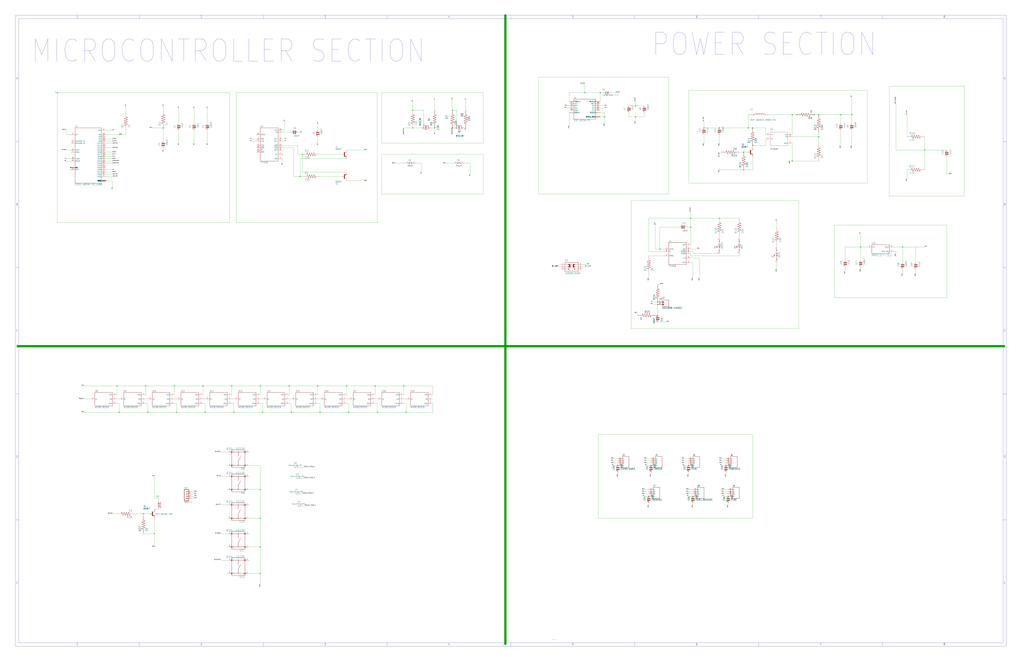
<source format=kicad_sch>
(kicad_sch (version 20231120) (generator "eeschema") (generator_version "8.0")
  (paper "User" 1178.56 765.886)
  (junction (at 200.66 444.5))
  (junction (at 137.16 474.98))
  (junction (at 165.1 591.82))
  (junction (at 795.02 251.46))
  (junction (at 810.26 147.32))
  (junction (at 302.26 474.98))
  (junction (at 134.62 444.5))
  (junction (at 695.96 134.62))
  (junction (at 520.7 147.32))
  (junction (at 1038.86 284.48))
  (junction (at 299.72 444.5))
  (junction (at 467.36 474.98))
  (junction (at 474.98 127))
  (junction (at 1064.26 172.72))
  (junction (at 347.98 177.8))
  (junction (at 792.48 535.94))
  (junction (at 203.2 474.98))
  (junction (at 236.22 474.98))
  (junction (at 177.8 614.68))
  (junction (at 500.38 147.32))
  (junction (at 233.68 444.5))
  (junction (at 866.14 167.64))
  (junction (at 828.04 251.46))
  (junction (at 795.02 261.62))
  (junction (at 266.7 444.5))
  (junction (at 299.72 660.4))
  (junction (at 398.78 444.5))
  (junction (at 828.04 147.32))
  (junction (at 990.6 284.48))
  (junction (at 464.82 444.5))
  (junction (at 345.44 203.2))
  (junction (at 434.34 474.98))
  (junction (at 269.24 474.98))
  (junction (at 756.92 363.22))
  (junction (at 368.3 474.98))
  (junction (at 911.86 132.08))
  (junction (at 299.72 596.9))
  (junction (at 797.56 571.5))
  (junction (at 855.98 195.58))
  (junction (at 299.72 563.88))
  (junction (at 759.46 287.02))
  (junction (at 937.26 132.08))
  (junction (at 690.88 106.68))
  (junction (at 980.44 132.08))
  (junction (at 911.86 185.42))
  (junction (at 756.92 347.98))
  (junction (at 299.72 629.92))
  (junction (at 861.06 147.32))
  (junction (at 838.2 571.5))
  (junction (at 170.18 474.98))
  (junction (at 673.1 106.68))
  (junction (at 756.92 350.52))
  (junction (at 431.8 444.5))
  (junction (at 746.76 571.5))
  (junction (at 942.34 132.08))
  (junction (at 474.98 147.32))
  (junction (at 401.32 474.98))
  (junction (at 66.04 106.68))
  (junction (at 167.64 444.5))
  (junction (at 332.74 444.5))
  (junction (at 520.7 127))
  (junction (at 855.98 175.26))
  (junction (at 835.66 535.94))
  (junction (at 335.28 474.98))
  (junction (at 916.94 132.08))
  (junction (at 967.74 132.08))
  (junction (at 731.52 134.62))
  (junction (at 749.3 535.94))
  (junction (at 365.76 444.5))
  (junction (at 187.96 147.32))
  (junction (at 942.34 157.48))
  (junction (at 731.52 121.92))
  (junction (at 866.14 147.32))
  (junction (at 711.2 535.94))
  (wire (pts (xy 187.96 147.32) (xy 175.26 147.32)) (stroke (width 0.1524)))
  (wire (pts (xy 894.08 302.26) (xy 894.08 309.88)) (stroke (width 0.1524)))
  (wire (pts (xy 167.64 454.66) (xy 167.64 444.5)) (stroke (width 0.1524)))
  (wire (pts (xy 332.74 459.74) (xy 335.28 459.74)) (stroke (width 0.1524)))
  (wire (pts (xy 673.1 106.68) (xy 673.1 96.52)) (stroke (width 0.1524)))
  (wire (pts (xy 670.56 307.34) (xy 673.1 307.34)) (stroke (width 0.1524)))
  (wire (pts (xy 711.2 528.32) (xy 706.12 528.32)) (stroke (width 0.1524)))
  (wire (pts (xy 520.7 127) (xy 520.7 114.3)) (stroke (width 0.1524)))
  (wire (pts (xy 121.92 149.86) (xy 129.54 149.86)) (stroke (width 0.1524)))
  (wire (pts (xy 144.78 129.54) (xy 144.78 121.92)) (stroke (width 0.1524)))
  (wire (pts (xy 1038.86 284.48) (xy 1054.1 284.48)) (stroke (width 0.1524)))
  (wire (pts (xy 711.2 530.86) (xy 706.12 530.86)) (stroke (width 0.1524)))
  (wire (pts (xy 726.44 231.14) (xy 919.48 231.14)) (stroke (width 0.1524)))
  (wire (pts (xy 121.92 162.56) (xy 129.54 162.56)) (stroke (width 0.1524)))
  (wire (pts (xy 431.8 444.5) (xy 398.78 444.5)) (stroke (width 0.1524)))
  (wire (pts (xy 746.76 571.5) (xy 741.68 571.5)) (stroke (width 0.1524)))
  (wire (pts (xy 1064.26 157.48) (xy 1064.26 172.72)) (stroke (width 0.1524)))
  (wire (pts (xy 137.16 474.98) (xy 96.52 474.98)) (stroke (width 0.1524)))
  (wire (pts (xy 619.76 88.9) (xy 769.62 88.9)) (stroke (width 0.1524)))
  (wire (pts (xy 795.02 297.18) (xy 805.18 297.18)) (stroke (width 0.1524)))
  (wire (pts (xy 746.76 566.42) (xy 741.68 566.42)) (stroke (width 0.1524)))
  (wire (pts (xy 332.74 464.82) (xy 335.28 464.82)) (stroke (width 0.1524)))
  (wire (pts (xy 535.94 127) (xy 535.94 114.3)) (stroke (width 0.1524)))
  (wire (pts (xy 731.52 121.92) (xy 731.52 116.84)) (stroke (width 0.1524)))
  (wire (pts (xy 1109.98 226.06) (xy 1109.98 99.06)) (stroke (width 0.1524)))
  (wire (pts (xy 347.98 198.12) (xy 347.98 177.8)) (stroke (width 0.1524)))
  (wire (pts (xy 541.02 187.96) (xy 541.02 200.66)) (stroke (width 0.1524)))
  (wire (pts (xy 121.92 208.28) (xy 129.54 208.28)) (stroke (width 0.1524)))
  (wire (pts (xy 121.92 175.26) (xy 129.54 175.26)) (stroke (width 0.1524)))
  (wire (pts (xy 165.1 614.68) (xy 177.8 614.68)) (stroke (width 0.1524)))
  (wire (pts (xy 881.38 154.94) (xy 881.38 147.32)) (stroke (width 0.1524)))
  (wire (pts (xy 170.18 474.98) (xy 137.16 474.98)) (stroke (width 0.1524)))
  (wire (pts (xy 1043.94 157.48) (xy 1043.94 132.08)) (stroke (width 0.1524)))
  (wire (pts (xy 121.92 165.1) (xy 129.54 165.1)) (stroke (width 0.1524)))
  (wire (pts (xy 233.68 464.82) (xy 236.22 464.82)) (stroke (width 0.1524)))
  (wire (pts (xy 655.32 124.46) (xy 652.78 124.46)) (stroke (width 0.1524)))
  (wire (pts (xy 182.88 574.04) (xy 177.8 574.04)) (stroke (width 0.1524)))
  (wire (pts (xy 220.98 571.5) (xy 223.52 571.5)) (stroke (width 0.1524)))
  (wire (pts (xy 520.7 147.32) (xy 523.24 147.32)) (stroke (width 0.1524)))
  (wire (pts (xy 233.68 454.66) (xy 233.68 444.5)) (stroke (width 0.1524)))
  (wire (pts (xy 749.3 533.4) (xy 744.22 533.4)) (stroke (width 0.1524)))
  (wire (pts (xy 990.6 284.48) (xy 990.6 269.24)) (stroke (width 0.1524)))
  (wire (pts (xy 203.2 464.82) (xy 203.2 474.98)) (stroke (width 0.1524)))
  (wire (pts (xy 828.04 154.94) (xy 828.04 165.1)) (stroke (width 0.1524)))
  (wire (pts (xy 398.78 454.66) (xy 398.78 444.5)) (stroke (width 0.1524)))
  (wire (pts (xy 177.8 586.74) (xy 182.88 586.74)) (stroke (width 0.1524)))
  (wire (pts (xy 533.4 187.96) (xy 541.02 187.96)) (stroke (width 0.1524)))
  (wire (pts (xy 1023.62 226.06) (xy 1109.98 226.06)) (stroke (width 0.1524)))
  (wire (pts (xy 137.16 464.82) (xy 137.16 474.98)) (stroke (width 0.1524)))
  (wire (pts (xy 835.66 535.94) (xy 830.58 535.94)) (stroke (width 0.1524)))
  (wire (pts (xy 960.12 259.08) (xy 1089.66 259.08)) (stroke (width 0.1524)))
  (wire (pts (xy 795.02 261.62) (xy 795.02 251.46)) (stroke (width 0.1524)))
  (wire (pts (xy 797.56 579.12) (xy 797.56 581.66)) (stroke (width 0.1524)))
  (wire (pts (xy 66.04 106.68) (xy 264.16 106.68)) (stroke (width 0.1524)))
  (wire (pts (xy 861.06 147.32) (xy 866.14 147.32)) (stroke (width 0.1524)))
  (wire (pts (xy 332.74 444.5) (xy 299.72 444.5)) (stroke (width 0.1524)))
  (wire (pts (xy 271.78 256.54) (xy 271.78 106.68)) (stroke (width 0.1524)))
  (wire (pts (xy 556.26 106.68) (xy 439.42 106.68)) (stroke (width 0.1524)))
  (wire (pts (xy 325.12 170.18) (xy 337.82 170.18)) (stroke (width 0.1524)))
  (wire (pts (xy 838.2 563.88) (xy 833.12 563.88)) (stroke (width 0.1524)))
  (wire (pts (xy 990.6 307.34) (xy 990.6 312.42)) (stroke (width 0.1524)))
  (wire (pts (xy 121.92 195.58) (xy 129.54 195.58)) (stroke (width 0.1524)))
  (wire (pts (xy 261.62 548.64) (xy 254 548.64)) (stroke (width 0.1524)))
  (wire (pts (xy 810.26 147.32) (xy 828.04 147.32)) (stroke (width 0.1524)))
  (wire (pts (xy 325.12 182.88) (xy 325.12 187.96)) (stroke (width 0.1524)))
  (wire (pts (xy 932.18 132.08) (xy 937.26 132.08)) (stroke (width 0.1524)))
  (wire (pts (xy 500.38 147.32) (xy 500.38 152.4)) (stroke (width 0.1524)))
  (wire (pts (xy 835.66 543.56) (xy 835.66 546.1)) (stroke (width 0.1524)))
  (wire (pts (xy 299.72 535.94) (xy 299.72 563.88)) (stroke (width 0.1524)))
  (wire (pts (xy 911.86 157.48) (xy 942.34 157.48)) (stroke (width 0.1524)))
  (wire (pts (xy 797.56 289.56) (xy 797.56 292.1)) (stroke (width 0.1524)))
  (wire (pts (xy 200.66 444.5) (xy 167.64 444.5)) (stroke (width 0.1524)))
  (wire (pts (xy 177.8 614.68) (xy 177.8 629.92)) (stroke (width 0.1524)))
  (wire (pts (xy 673.1 106.68) (xy 655.32 106.68)) (stroke (width 0.1524)))
  (polyline (pts (xy 873.125 17.78) (xy 873.125 21.59)))
  (wire (pts (xy 205.74 142.24) (xy 205.74 124.46)) (stroke (width 0.1524)))
  (wire (pts (xy 731.52 134.62) (xy 731.52 139.7)) (stroke (width 0.1524)))
  (wire (pts (xy 866.14 500.38) (xy 866.14 596.9)) (stroke (width 0.1524)))
  (wire (pts (xy 795.02 251.46) (xy 828.04 251.46)) (stroke (width 0.1524)))
  (wire (pts (xy 850.9 294.64) (xy 850.9 292.1)) (stroke (width 0.1524)))
  (wire (pts (xy 1089.66 259.08) (xy 1089.66 342.9)) (stroke (width 0.1524)))
  (wire (pts (xy 579.12 741.68) (xy 579.12 744.22)) (stroke (width 0.1524)))
  (wire (pts (xy 464.82 459.74) (xy 467.36 459.74)) (stroke (width 0.1524)))
  (wire (pts (xy 782.32 261.62) (xy 759.46 261.62)) (stroke (width 0.1524)))
  (wire (pts (xy 187.96 162.56) (xy 187.96 147.32)) (stroke (width 0.1524)))
  (polyline (pts (xy 730.5675 17.78) (xy 730.5675 21.59)))
  (wire (pts (xy 911.86 165.1) (xy 911.86 185.42)) (stroke (width 0.1524)))
  (wire (pts (xy 690.88 129.54) (xy 695.96 129.54)) (stroke (width 0.1524)))
  (wire (pts (xy 203.2 474.98) (xy 170.18 474.98)) (stroke (width 0.1524)))
  (polyline (pts (xy 21.59 21.59) (xy 21.59 740.41)))
  (wire (pts (xy 170.18 464.82) (xy 170.18 474.98)) (stroke (width 0.1524)))
  (wire (pts (xy 287.02 596.9) (xy 299.72 596.9)) (stroke (width 0.1524)))
  (wire (pts (xy 695.96 129.54) (xy 695.96 134.62)) (stroke (width 0.1524)))
  (wire (pts (xy 487.68 142.24) (xy 487.68 127)) (stroke (width 0.1524)))
  (wire (pts (xy 261.62 581.66) (xy 254 581.66)) (stroke (width 0.1524)))
  (wire (pts (xy 346.71 551.18) (xy 349.25 551.18)))
  (wire (pts (xy 474.98 127) (xy 474.98 116.84)) (stroke (width 0.1524)))
  (wire (pts (xy 487.68 127) (xy 474.98 127)) (stroke (width 0.1524)))
  (wire (pts (xy 746.76 251.46) (xy 795.02 251.46)) (stroke (width 0.1524)))
  (wire (pts (xy 177.8 548.64) (xy 177.8 574.04)) (stroke (width 0.1524)))
  (wire (pts (xy 726.44 378.46) (xy 726.44 231.14)) (stroke (width 0.1524)))
  (wire (pts (xy 233.68 444.5) (xy 200.66 444.5)) (stroke (width 0.1524)))
  (wire (pts (xy 838.2 568.96) (xy 833.12 568.96)) (stroke (width 0.1524)))
  (wire (pts (xy 81.28 185.42) (xy 76.2 185.42)) (stroke (width 0.1524)))
  (wire (pts (xy 398.78 208.28) (xy 419.1 208.28)) (stroke (width 0.1524)))
  (wire (pts (xy 134.62 591.82) (xy 129.54 591.82)) (stroke (width 0.1524)))
  (wire (pts (xy 264.16 256.54) (xy 66.04 256.54)) (stroke (width 0.1524)))
  (wire (pts (xy 695.96 134.62) (xy 695.96 142.24)) (stroke (width 0.1524)))
  (polyline (pts (xy 17.78 308.356) (xy 21.59 308.356)))
  (wire (pts (xy 299.72 459.74) (xy 302.26 459.74)) (stroke (width 0.1524)))
  (wire (pts (xy 1064.26 172.72) (xy 1064.26 195.58)) (stroke (width 0.1524)))
  (wire (pts (xy 838.2 579.12) (xy 838.2 581.66)) (stroke (width 0.1524)))
  (wire (pts (xy 756.92 350.52) (xy 751.84 350.52)) (stroke (width 0.1524)))
  (wire (pts (xy 1089.66 200.66) (xy 1092.2 200.66)) (stroke (width 0.1524)))
  (wire (pts (xy 1028.7 289.56) (xy 1031.24 289.56)) (stroke (width 0.1524)))
  (wire (pts (xy 746.76 289.56) (xy 746.76 251.46)) (stroke (width 0.1524)))
  (wire (pts (xy 81.28 182.88) (xy 76.2 182.88)) (stroke (width 0.1524)))
  (wire (pts (xy 751.84 347.98) (xy 756.92 347.98)) (stroke (width 0.1524)))
  (wire (pts (xy 294.64 160.02) (xy 289.56 160.02)) (stroke (width 0.1524)))
  (wire (pts (xy 533.4 147.32) (xy 535.94 147.32)) (stroke (width 0.1524)))
  (wire (pts (xy 792.48 533.4) (xy 787.4 533.4)) (stroke (width 0.1524)))
  (wire (pts (xy 167.64 444.5) (xy 134.62 444.5)) (stroke (width 0.1524)))
  (wire (pts (xy 967.74 132.08) (xy 980.44 132.08)) (stroke (width 0.1524)))
  (wire (pts (xy 200.66 464.82) (xy 203.2 464.82)) (stroke (width 0.1524)))
  (wire (pts (xy 165.1 591.82) (xy 172.72 591.82)) (stroke (width 0.1524)))
  (wire (pts (xy 261.62 645.16) (xy 254 645.16)) (stroke (width 0.1524)))
  (wire (pts (xy 497.84 474.98) (xy 467.36 474.98)) (stroke (width 0.1524)))
  (polyline (pts (xy 873.125 740.41) (xy 873.125 744.22)))
  (wire (pts (xy 200.66 459.74) (xy 203.2 459.74)) (stroke (width 0.1524)))
  (wire (pts (xy 325.12 149.86) (xy 327.66 149.86)) (stroke (width 0.1524)))
  (wire (pts (xy 894.08 281.94) (xy 894.08 284.48)) (stroke (width 0.1524)))
  (wire (pts (xy 342.9 177.8) (xy 347.98 177.8)) (stroke (width 0.1524)))
  (wire (pts (xy 645.16 307.34) (xy 642.62 307.34)) (stroke (width 0.1524)))
  (wire (pts (xy 520.7 147.32) (xy 518.16 147.32)) (stroke (width 0.1524)))
  (wire (pts (xy 838.2 566.42) (xy 833.12 566.42)) (stroke (width 0.1524)))
  (wire (pts (xy 980.44 149.86) (xy 980.44 167.64)) (stroke (width 0.1524)))
  (wire (pts (xy 655.32 106.68) (xy 655.32 116.84)) (stroke (width 0.1524)))
  (polyline (pts (xy 1015.6825 740.41) (xy 1015.6825 744.22)))
  (wire (pts (xy 467.36 474.98) (xy 434.34 474.98)) (stroke (width 0.1524)))
  (wire (pts (xy 266.7 444.5) (xy 233.68 444.5)) (stroke (width 0.1524)))
  (wire (pts (xy 688.34 500.38) (xy 866.14 500.38)) (stroke (width 0.1524)))
  (wire (pts (xy 998.22 210.82) (xy 792.48 210.82)) (stroke (width 0.1524)))
  (wire (pts (xy 1038.86 309.88) (xy 1038.86 314.96)) (stroke (width 0.1524)))
  (wire (pts (xy 325.12 162.56) (xy 327.66 162.56)) (stroke (width 0.1524)))
  (wire (pts (xy 635 736.6) (xy 640.08 736.6)) (stroke (width 0.1524)))
  (wire (pts (xy 365.76 444.5) (xy 332.74 444.5)) (stroke (width 0.1524)))
  (wire (pts (xy 63.5 106.68) (xy 66.04 106.68)) (stroke (width 0.1524)))
  (wire (pts (xy 81.28 172.72) (xy 76.2 172.72)) (stroke (width 0.1524)))
  (wire (pts (xy 464.82 444.5) (xy 431.8 444.5)) (stroke (width 0.1524)))
  (wire (pts (xy 881.38 147.32) (xy 866.14 147.32)) (stroke (width 0.1524)))
  (wire (pts (xy 121.92 203.2) (xy 129.54 203.2)) (stroke (width 0.1524)))
  (wire (pts (xy 497.84 464.82) (xy 497.84 474.98)) (stroke (width 0.1524)))
  (wire (pts (xy 769.62 88.9) (xy 769.62 223.52)) (stroke (width 0.1524)))
  (wire (pts (xy 942.34 132.08) (xy 967.74 132.08)) (stroke (width 0.1524)))
  (wire (pts (xy 368.3 464.82) (xy 368.3 474.98)) (stroke (width 0.1524)))
  (wire (pts (xy 261.62 520.7) (xy 254 520.7)) (stroke (width 0.1524)))
  (wire (pts (xy 711.2 543.56) (xy 711.2 546.1)) (stroke (width 0.1524)))
  (polyline (pts (xy 445.4525 740.41) (xy 445.4525 744.22)))
  (polyline (pts (xy 588.01 740.41) (xy 588.01 744.22)))
  (wire (pts (xy 861.06 175.26) (xy 855.98 175.26)) (stroke (width 0.1524)))
  (wire (pts (xy 911.86 185.42) (xy 942.34 185.42)) (stroke (width 0.1524)))
  (wire (pts (xy 850.9 175.26) (xy 855.98 175.26)) (stroke (width 0.1524)))
  (wire (pts (xy 269.24 474.98) (xy 236.22 474.98)) (stroke (width 0.1524)))
  (wire (pts (xy 134.62 444.5) (xy 96.52 444.5)) (stroke (width 0.1524)))
  (wire (pts (xy 731.52 121.92) (xy 741.68 121.92)) (stroke (width 0.1524)))
  (wire (pts (xy 368.3 203.2) (xy 393.7 203.2)) (stroke (width 0.1524)))
  (wire (pts (xy 325.12 167.64) (xy 342.9 167.64)) (stroke (width 0.1524)))
  (polyline (pts (xy 445.4525 17.78) (xy 445.4525 21.59)))
  (wire (pts (xy 881.38 160.02) (xy 881.38 167.64)) (stroke (width 0.1524)))
  (wire (pts (xy 688.34 596.9) (xy 688.34 500.38)) (stroke (width 0.1524)))
  (wire (pts (xy 942.34 152.4) (xy 942.34 157.48)) (stroke (width 0.1524)))
  (wire (pts (xy 121.92 177.8) (xy 129.54 177.8)) (stroke (width 0.1524)))
  (wire (pts (xy 401.32 474.98) (xy 368.3 474.98)) (stroke (width 0.1524)))
  (wire (pts (xy 342.9 167.64) (xy 342.9 177.8)) (stroke (width 0.1524)))
  (wire (pts (xy 299.72 444.5) (xy 266.7 444.5)) (stroke (width 0.1524)))
  (wire (pts (xy 746.76 563.88) (xy 741.68 563.88)) (stroke (width 0.1524)))
  (polyline (pts (xy 1154.43 598.932) (xy 1158.24 598.932)))
  (wire (pts (xy 337.82 170.18) (xy 337.82 203.2)) (stroke (width 0.1524)))
  (wire (pts (xy 830.58 175.26) (xy 828.04 175.26)) (stroke (width 0.1524)))
  (wire (pts (xy 759.46 287.02) (xy 754.38 287.02)) (stroke (width 0.1524)))
  (wire (pts (xy 792.48 104.14) (xy 998.22 104.14)) (stroke (width 0.1524)))
  (wire (pts (xy 365.76 149.86) (xy 365.76 142.24)) (stroke (width 0.1524)))
  (wire (pts (xy 485.14 147.32) (xy 474.98 147.32)) (stroke (width 0.1524)))
  (wire (pts (xy 937.26 132.08) (xy 942.34 132.08)) (stroke (width 0.1524)))
  (wire (pts (xy 1038.86 302.26) (xy 1038.86 284.48)) (stroke (width 0.1524)))
  (wire (pts (xy 165.1 594.36) (xy 165.1 591.82)) (stroke (width 0.1524)))
  (wire (pts (xy 332.74 454.66) (xy 332.74 444.5)) (stroke (width 0.1524)))
  (wire (pts (xy 795.02 287.02) (xy 802.64 287.02)) (stroke (width 0.1524)))
  (wire (pts (xy 795.02 302.26) (xy 797.56 302.26)) (stroke (width 0.1524)))
  (wire (pts (xy 1023.62 99.06) (xy 1023.62 226.06)) (stroke (width 0.1524)))
  (wire (pts (xy 63.5 104.14) (xy 63.5 106.68)) (stroke (width 0.1524)))
  (wire (pts (xy 365.76 157.48) (xy 365.76 165.1)) (stroke (width 0.1524)))
  (wire (pts (xy 477.52 187.96) (xy 485.14 187.96)) (stroke (width 0.1524)))
  (wire (pts (xy 347.98 582.93) (xy 350.52 582.93)))
  (wire (pts (xy 467.36 187.96) (xy 454.66 187.96)) (stroke (width 0.1524)))
  (wire (pts (xy 485.14 187.96) (xy 485.14 198.12)) (stroke (width 0.1524)))
  (wire (pts (xy 439.42 106.68) (xy 439.42 165.1)) (stroke (width 0.1524)))
  (wire (pts (xy 805.18 297.18) (xy 805.18 320.04)) (stroke (width 0.1524)))
  (wire (pts (xy 223.52 149.86) (xy 223.52 165.1)) (stroke (width 0.1524)))
  (wire (pts (xy 703.58 106.68) (xy 708.66 106.68)) (stroke (width 0.1524)))
  (wire (pts (xy 464.82 464.82) (xy 467.36 464.82)) (stroke (width 0.1524)))
  (wire (pts (xy 792.48 535.94) (xy 787.4 535.94)) (stroke (width 0.1524)))
  (wire (pts (xy 690.88 134.62) (xy 695.96 134.62)) (stroke (width 0.1524)))
  (wire (pts (xy 756.92 327.66) (xy 759.46 327.66)) (stroke (width 0.1524)))
  (wire (pts (xy 835.66 530.86) (xy 830.58 530.86)) (stroke (width 0.1524)))
  (wire (pts (xy 619.76 223.52) (xy 619.76 88.9)) (stroke (width 0.1524)))
  (wire (pts (xy 711.2 535.94) (xy 706.12 535.94)) (stroke (width 0.1524)))
  (polyline (pts (xy 17.78 163.068) (xy 21.59 163.068)))
  (wire (pts (xy 121.92 182.88) (xy 129.54 182.88)) (stroke (width 0.1524)))
  (wire (pts (xy 866.14 596.9) (xy 688.34 596.9)) (stroke (width 0.1524)))
  (polyline (pts (xy 1154.43 21.59) (xy 21.59 21.59)))
  (wire (pts (xy 434.34 464.82) (xy 434.34 474.98)) (stroke (width 0.1524)))
  (wire (pts (xy 500.38 127) (xy 500.38 114.3)) (stroke (width 0.1524)))
  (wire (pts (xy 439.42 165.1) (xy 556.26 165.1)) (stroke (width 0.1524)))
  (wire (pts (xy 238.76 142.24) (xy 238.76 124.46)) (stroke (width 0.1524)))
  (wire (pts (xy 797.56 302.26) (xy 797.56 320.04)) (stroke (width 0.1524)))
  (wire (pts (xy 690.88 124.46) (xy 695.96 124.46)) (stroke (width 0.1524)))
  (wire (pts (xy 431.8 459.74) (xy 434.34 459.74)) (stroke (width 0.1524)))
  (wire (pts (xy 942.34 157.48) (xy 942.34 165.1)) (stroke (width 0.1524)))
  (wire (pts (xy 398.78 198.12) (xy 347.98 198.12)) (stroke (width 0.1524)))
  (wire (pts (xy 434.34 256.54) (xy 271.78 256.54)) (stroke (width 0.1524)))
  (wire (pts (xy 579.12 744.22) (xy 581.66 744.22)) (stroke (width 0.1524)))
  (polyline (pts (xy 160.3375 740.41) (xy 160.3375 744.22)))
  (wire (pts (xy 911.86 185.42) (xy 906.78 185.42)) (stroke (width 0.1524)))
  (wire (pts (xy 835.66 528.32) (xy 830.58 528.32)) (stroke (width 0.1524)))
  (wire (pts (xy 711.2 533.4) (xy 706.12 533.4)) (stroke (width 0.1524)))
  (polyline (pts (xy 1154.43 308.356) (xy 1158.24 308.356)))
  (wire (pts (xy 431.8 454.66) (xy 431.8 444.5)) (stroke (width 0.1524)))
  (wire (pts (xy 167.64 459.74) (xy 170.18 459.74)) (stroke (width 0.1524)))
  (wire (pts (xy 337.82 203.2) (xy 345.44 203.2)) (stroke (width 0.1524)))
  (wire (pts (xy 828.04 271.78) (xy 828.04 274.32)) (stroke (width 0.1524)))
  (wire (pts (xy 792.48 528.32) (xy 787.4 528.32)) (stroke (width 0.1524)))
  (wire (pts (xy 154.94 591.82) (xy 165.1 591.82)) (stroke (width 0.1524)))
  (wire (pts (xy 345.44 182.88) (xy 345.44 203.2)) (stroke (width 0.1524)))
  (wire (pts (xy 523.24 187.96) (xy 513.08 187.96)) (stroke (width 0.1524)))
  (wire (pts (xy 741.68 134.62) (xy 741.68 129.54)) (stroke (width 0.1524)))
  (wire (pts (xy 670.56 304.8) (xy 675.64 304.8)) (stroke (width 0.1524)))
  (wire (pts (xy 756.92 363.22) (xy 756.92 350.52)) (stroke (width 0.1524)))
  (wire (pts (xy 238.76 149.86) (xy 238.76 165.1)) (stroke (width 0.1524)))
  (wire (pts (xy 866.14 170.18) (xy 866.14 167.64)) (stroke (width 0.1524)))
  (wire (pts (xy 754.38 363.22) (xy 756.92 363.22)) (stroke (width 0.1524)))
  (wire (pts (xy 121.92 160.02) (xy 129.54 160.02)) (stroke (width 0.1524)))
  (wire (pts (xy 1089.66 180.34) (xy 1089.66 200.66)) (stroke (width 0.1524)))
  (wire (pts (xy 266.7 459.74) (xy 269.24 459.74)) (stroke (width 0.1524)))
  (wire (pts (xy 764.54 294.64) (xy 746.76 294.64)) (stroke (width 0.1524)))
  (wire (pts (xy 795.02 281.94) (xy 795.02 261.62)) (stroke (width 0.1524)))
  (wire (pts (xy 866.14 195.58) (xy 855.98 195.58)) (stroke (width 0.1524)))
  (wire (pts (xy 850.9 271.78) (xy 850.9 274.32)) (stroke (width 0.1524)))
  (wire (pts (xy 797.56 571.5) (xy 792.48 571.5)) (stroke (width 0.1524)))
  (wire (pts (xy 398.78 182.88) (xy 345.44 182.88)) (stroke (width 0.1524)))
  (wire (pts (xy 764.54 289.56) (xy 746.76 289.56)) (stroke (width 0.1524)))
  (wire (pts (xy 746.76 579.12) (xy 746.76 581.66)) (stroke (width 0.1524)))
  (wire (pts (xy 325.12 152.4) (xy 335.28 152.4)) (stroke (width 0.1524)))
  (wire (pts (xy 266.7 464.82) (xy 269.24 464.82)) (stroke (width 0.1524)))
  (wire (pts (xy 556.26 177.8) (xy 556.26 223.52)) (stroke (width 0.1524)))
  (wire (pts (xy 723.9 134.62) (xy 731.52 134.62)) (stroke (width 0.1524)))
  (wire (pts (xy 497.84 454.66) (xy 497.84 444.5)) (stroke (width 0.1524)))
  (wire (pts (xy 690.88 116.84) (xy 690.88 106.68)) (stroke (width 0.1524)))
  (wire (pts (xy 759.46 287.02) (xy 764.54 287.02)) (stroke (width 0.1524)))
  (wire (pts (xy 345.44 568.96) (xy 347.98 568.96)))
  (wire (pts (xy 690.88 106.68) (xy 673.1 106.68)) (stroke (width 0.1524)))
  (wire (pts (xy 998.22 284.48) (xy 990.6 284.48)) (stroke (width 0.1524)))
  (wire (pts (xy 365.76 454.66) (xy 365.76 444.5)) (stroke (width 0.1524)))
  (wire (pts (xy 167.64 464.82) (xy 170.18 464.82)) (stroke (width 0.1524)))
  (wire (pts (xy 467.36 464.82) (xy 467.36 474.98)) (stroke (width 0.1524)))
  (wire (pts (xy 327.66 149.86) (xy 327.66 139.7)) (stroke (width 0.1524)))
  (wire (pts (xy 200.66 454.66) (xy 200.66 444.5)) (stroke (width 0.1524)))
  (wire (pts (xy 220.98 568.96) (xy 223.52 568.96)) (stroke (width 0.1524)))
  (wire (pts (xy 749.3 528.32) (xy 744.22 528.32)) (stroke (width 0.1524)))
  (polyline (pts (xy 302.895 740.41) (xy 302.895 744.22)))
  (wire (pts (xy 287.02 563.88) (xy 299.72 563.88)) (stroke (width 0.1524)))
  (wire (pts (xy 121.92 180.34) (xy 129.54 180.34)) (stroke (width 0.1524)))
  (wire (pts (xy 205.74 149.86) (xy 205.74 165.1)) (stroke (width 0.1524)))
  (wire (pts (xy 792.48 210.82) (xy 792.48 104.14)) (stroke (width 0.1524)))
  (wire (pts (xy 177.8 596.9) (xy 177.8 614.68)) (stroke (width 0.1524)))
  (wire (pts (xy 335.28 464.82) (xy 335.28 474.98)) (stroke (width 0.1524)))
  (wire (pts (xy 581.66 741.68) (xy 579.12 741.68)) (stroke (width 0.1524)))
  (wire (pts (xy 731.52 134.62) (xy 741.68 134.62)) (stroke (width 0.1524)))
  (wire (pts (xy 861.06 132.08) (xy 861.06 147.32)) (stroke (width 0.1524)))
  (wire (pts (xy 287.02 629.92) (xy 299.72 629.92)) (stroke (width 0.1524)))
  (wire (pts (xy 299.72 629.92) (xy 299.72 660.4)) (stroke (width 0.1524)))
  (wire (pts (xy 134.62 454.66) (xy 134.62 444.5)) (stroke (width 0.1524)))
  (wire (pts (xy 104.14 459.74) (xy 96.52 459.74)) (stroke (width 0.1524)))
  (polyline (pts (xy 302.895 17.78) (xy 302.895 21.59)))
  (wire (pts (xy 474.98 147.32) (xy 464.82 147.32)) (stroke (width 0.1524)))
  (wire (pts (xy 1028.7 284.48) (xy 1038.86 284.48)) (stroke (width 0.1524)))
  (wire (pts (xy 749.3 543.56) (xy 749.3 546.1)) (stroke (width 0.1524)))
  (wire (pts (xy 838.2 571.5) (xy 833.12 571.5)) (stroke (width 0.1524)))
  (wire (pts (xy 342.9 152.4) (xy 345.44 152.4)) (stroke (width 0.1524)))
  (wire (pts (xy 439.42 177.8) (xy 556.26 177.8)) (stroke (width 0.1524)))
  (wire (pts (xy 344.17 538.48) (xy 349.25 538.48)))
  (wire (pts (xy 236.22 474.98) (xy 203.2 474.98)) (stroke (width 0.1524)))
  (wire (pts (xy 795.02 289.56) (xy 797.56 289.56)) (stroke (width 0.1524)))
  (wire (pts (xy 655.32 129.54) (xy 655.32 144.78)) (stroke (width 0.1524)))
  (wire (pts (xy 223.52 142.24) (xy 223.52 124.46)) (stroke (width 0.1524)))
  (wire (pts (xy 723.9 129.54) (xy 723.9 134.62)) (stroke (width 0.1524)))
  (wire (pts (xy 797.56 563.88) (xy 792.48 563.88)) (stroke (width 0.1524)))
  (wire (pts (xy 439.42 223.52) (xy 439.42 177.8)) (stroke (width 0.1524)))
  (polyline (pts (xy 17.78 598.932) (xy 21.59 598.932)))
  (wire (pts (xy 299.72 596.9) (xy 299.72 629.92)) (stroke (width 0.1524)))
  (wire (pts (xy 134.62 459.74) (xy 137.16 459.74)) (stroke (width 0.1524)))
  (wire (pts (xy 1089.66 172.72) (xy 1064.26 172.72)) (stroke (width 0.1524)))
  (wire (pts (xy 1031.24 289.56) (xy 1031.24 292.1)) (stroke (width 0.1524)))
  (wire (pts (xy 749.3 535.94) (xy 744.22 535.94)) (stroke (width 0.1524)))
  (wire (pts (xy 797.56 568.96) (xy 792.48 568.96)) (stroke (width 0.1524)))
  (wire (pts (xy 264.16 106.68) (xy 264.16 256.54)) (stroke (width 0.1524)))
  (wire (pts (xy 76.2 154.94) (xy 76.2 149.86)) (stroke (width 0.1524)))
  (wire (pts (xy 1054.1 302.26) (xy 1054.1 284.48)) (stroke (width 0.1524)))
  (wire (pts (xy 525.78 142.24) (xy 525.78 127)) (stroke (width 0.1524)))
  (wire (pts (xy 723.9 121.92) (xy 731.52 121.92)) (stroke (width 0.1524)))
  (wire (pts (xy 398.78 172.72) (xy 419.1 172.72)) (stroke (width 0.1524)))
  (wire (pts (xy 967.74 149.86) (xy 967.74 167.64)) (stroke (width 0.1524)))
  (wire (pts (xy 835.66 533.4) (xy 830.58 533.4)) (stroke (width 0.1524)))
  (wire (pts (xy 365.76 459.74) (xy 368.3 459.74)) (stroke (width 0.1524)))
  (wire (pts (xy 655.32 121.92) (xy 652.78 121.92)) (stroke (width 0.1524)))
  (wire (pts (xy 299.72 660.4) (xy 299.72 673.1)) (stroke (width 0.1524)))
  (wire (pts (xy 182.88 576.58) (xy 182.88 574.04)) (stroke (width 0.1524)))
  (wire (pts (xy 220.98 566.42) (xy 223.52 566.42)) (stroke (width 0.1524)))
  (polyline (pts (xy 1154.43 453.644) (xy 1158.24 453.644)))
  (wire (pts (xy 269.24 464.82) (xy 269.24 474.98)) (stroke (width 0.1524)))
  (wire (pts (xy 261.62 614.68) (xy 254 614.68)) (stroke (width 0.1524)))
  (wire (pts (xy 881.38 167.64) (xy 866.14 167.64)) (stroke (width 0.1524)))
  (wire (pts (xy 749.3 530.86) (xy 744.22 530.86)) (stroke (width 0.1524)))
  (wire (pts (xy 434.34 106.68) (xy 434.34 256.54)) (stroke (width 0.1524)))
  (wire (pts (xy 1089.66 342.9) (xy 960.12 342.9)) (stroke (width 0.1524)))
  (wire (pts (xy 990.6 284.48) (xy 972.82 284.48)) (stroke (width 0.1524)))
  (polyline (pts (xy 1154.43 740.41) (xy 21.59 740.41)))
  (wire (pts (xy 121.92 200.66) (xy 129.54 200.66)) (stroke (width 0.1524)))
  (wire (pts (xy 960.12 342.9) (xy 960.12 259.08)) (stroke (width 0.1524)))
  (wire (pts (xy 1043.94 195.58) (xy 1043.94 205.74)) (stroke (width 0.1524)))
  (wire (pts (xy 1031.24 172.72) (xy 1031.24 119.38)) (stroke (width 0.1524)))
  (wire (pts (xy 335.28 474.98) (xy 302.26 474.98)) (stroke (width 0.1524)))
  (wire (pts (xy 916.94 132.08) (xy 922.02 132.08)) (stroke (width 0.1524)))
  (wire (pts (xy 1155.7 398.78) (xy 20.32 398.78)) (stroke (width 2.54)))
  (wire (pts (xy 792.48 530.86) (xy 787.4 530.86)) (stroke (width 0.1524)))
  (wire (pts (xy 795.02 292.1) (xy 795.02 294.64)) (stroke (width 0.1524)))
  (wire (pts (xy 792.48 543.56) (xy 792.48 546.1)) (stroke (width 0.1524)))
  (polyline (pts (xy 17.78 453.644) (xy 21.59 453.644)))
  (wire (pts (xy 299.72 454.66) (xy 299.72 444.5)) (stroke (width 0.1524)))
  (wire (pts (xy 299.72 464.82) (xy 302.26 464.82)) (stroke (width 0.1524)))
  (wire (pts (xy 294.64 162.56) (xy 289.56 162.56)) (stroke (width 0.1524)))
  (wire (pts (xy 302.26 474.98) (xy 269.24 474.98)) (stroke (width 0.1524)))
  (wire (pts (xy 690.88 121.92) (xy 695.96 121.92)) (stroke (width 0.1524)))
  (wire (pts (xy 759.46 261.62) (xy 759.46 287.02)) (stroke (width 0.1524)))
  (wire (pts (xy 911.86 154.94) (xy 911.86 132.08)) (stroke (width 0.1524)))
  (wire (pts (xy 434.34 474.98) (xy 401.32 474.98)) (stroke (width 0.1524)))
  (wire (pts (xy 121.92 154.94) (xy 144.78 154.94)) (stroke (width 0.1524)))
  (wire (pts (xy 556.26 223.52) (xy 439.42 223.52)) (stroke (width 0.1524)))
  (wire (pts (xy 795.02 251.46) (xy 795.02 243.84)) (stroke (width 0.1524)))
  (wire (pts (xy 855.98 195.58) (xy 828.04 195.58)) (stroke (width 0.1524)))
  (wire (pts (xy 398.78 464.82) (xy 401.32 464.82)) (stroke (width 0.1524)))
  (wire (pts (xy 797.56 566.42) (xy 792.48 566.42)) (stroke (width 0.1524)))
  (wire (pts (xy 972.82 284.48) (xy 972.82 299.72)) (stroke (width 0.1524)))
  (wire (pts (xy 980.44 132.08) (xy 980.44 111.76)) (stroke (width 0.1524)))
  (wire (pts (xy 325.12 160.02) (xy 327.66 160.02)) (stroke (width 0.1524)))
  (wire (pts (xy 121.92 170.18) (xy 129.54 170.18)) (stroke (width 0.1524)))
  (wire (pts (xy 746.76 314.96) (xy 746.76 320.04)) (stroke (width 0.1524)))
  (wire (pts (xy 756.92 370.84) (xy 767.08 370.84)) (stroke (width 0.1524)))
  (wire (pts (xy 271.78 106.68) (xy 434.34 106.68)) (stroke (width 0.1524)))
  (wire (pts (xy 911.86 132.08) (xy 916.94 132.08)) (stroke (width 0.1524)))
  (wire (pts (xy 919.48 231.14) (xy 919.48 378.46)) (stroke (width 0.1524)))
  (wire (pts (xy 998.22 104.14) (xy 998.22 210.82)) (stroke (width 0.1524)))
  (wire (pts (xy 81.28 154.94) (xy 76.2 154.94)) (stroke (width 0.1524)))
  (wire (pts (xy 497.84 444.5) (xy 464.82 444.5)) (stroke (width 0.1524)))
  (polyline (pts (xy 1154.43 21.59) (xy 1154.43 740.41)))
  (polyline (pts (xy 730.5675 740.41) (xy 730.5675 744.22)))
  (wire (pts (xy 287.02 535.94) (xy 299.72 535.94)) (stroke (width 0.1524)))
  (wire (pts (xy 368.3 177.8) (xy 393.7 177.8)) (stroke (width 0.1524)))
  (polyline (pts (xy 1015.6825 17.78) (xy 1015.6825 21.59)))
  (wire (pts (xy 365.76 464.82) (xy 368.3 464.82)) (stroke (width 0.1524)))
  (wire (pts (xy 990.6 299.72) (xy 990.6 284.48)) (stroke (width 0.1524)))
  (wire (pts (xy 134.62 464.82) (xy 137.16 464.82)) (stroke (width 0.1524)))
  (wire (pts (xy 144.78 154.94) (xy 144.78 149.86)) (stroke (width 0.1524)))
  (wire (pts (xy 398.78 444.5) (xy 365.76 444.5)) (stroke (width 0.1524)))
  (wire (pts (xy 464.82 454.66) (xy 464.82 444.5)) (stroke (width 0.1524)))
  (wire (pts (xy 789.94 261.62) (xy 795.02 261.62)) (stroke (width 0.1524)))
  (wire (pts (xy 734.06 363.22) (xy 734.06 360.68)) (stroke (width 0.1524)))
  (wire (pts (xy 797.56 292.1) (xy 828.04 292.1)) (stroke (width 0.1524)))
  (wire (pts (xy 769.62 223.52) (xy 619.76 223.52)) (stroke (width 0.1524)))
  (wire (pts (xy 187.96 170.18) (xy 187.96 172.72)) (stroke (width 0.1524)))
  (wire (pts (xy 980.44 142.24) (xy 980.44 132.08)) (stroke (width 0.1524)))
  (wire (pts (xy 967.74 142.24) (xy 967.74 132.08)) (stroke (width 0.1524)))
  (wire (pts (xy 187.96 127) (xy 187.96 121.92)) (stroke (width 0.1524)))
  (wire (pts (xy 972.82 307.34) (xy 972.82 312.42)) (stroke (width 0.1524)))
  (wire (pts (xy 345.44 203.2) (xy 347.98 203.2)) (stroke (width 0.1524)))
  (wire (pts (xy 299.72 563.88) (xy 299.72 596.9)) (stroke (width 0.1524)))
  (wire (pts (xy 66.04 256.54) (xy 66.04 106.68)) (stroke (width 0.1524)))
  (wire (pts (xy 302.26 464.82) (xy 302.26 474.98)) (stroke (width 0.1524)))
  (wire (pts (xy 1054.1 309.88) (xy 1054.1 314.96)) (stroke (width 0.1524)))
  (wire (pts (xy 220.98 574.04) (xy 223.52 574.04)) (stroke (width 0.1524)))
  (wire (pts (xy 581.66 17.78) (xy 581.66 741.68)) (stroke (width 2.54)))
  (wire (pts (xy 810.26 154.94) (xy 810.26 165.1)) (stroke (width 0.1524)))
  (wire (pts (xy 431.8 464.82) (xy 434.34 464.82)) (stroke (width 0.1524)))
  (polyline (pts (xy 1154.43 163.068) (xy 1158.24 163.068)))
  (wire (pts (xy 690.88 106.68) (xy 693.42 106.68)) (stroke (width 0.1524)))
  (wire (pts (xy 129.54 208.28) (xy 129.54 215.9)) (stroke (width 0.1524)))
  (polyline (pts (xy 588.01 17.78) (xy 588.01 21.59)))
  (wire (pts (xy 266.7 454.66) (xy 266.7 444.5)) (stroke (width 0.1524)))
  (wire (pts (xy 287.02 660.4) (xy 299.72 660.4)) (stroke (width 0.1524)))
  (wire (pts (xy 1109.98 99.06) (xy 1023.62 99.06)) (stroke (width 0.1524)))
  (wire (pts (xy 495.3 147.32) (xy 500.38 147.32)) (stroke (width 0.1524)))
  (wire (pts (xy 828.04 147.32) (xy 861.06 147.32)) (stroke (width 0.1524)))
  (wire (pts (xy 1054.1 284.48) (xy 1064.26 284.48)) (stroke (width 0.1524)))
  (wire (pts (xy 866.14 180.34) (xy 866.14 195.58)) (stroke (width 0.1524)))
  (wire (pts (xy 401.32 464.82) (xy 401.32 474.98)) (stroke (width 0.1524)))
  (polyline (pts (xy 160.3375 17.78) (xy 160.3375 21.59)))
  (wire (pts (xy 368.3 474.98) (xy 335.28 474.98)) (stroke (width 0.1524)))
  (wire (pts (xy 236.22 464.82) (xy 236.22 474.98)) (stroke (width 0.1524)))
  (wire (pts (xy 525.78 127) (xy 520.7 127)) (stroke (width 0.1524)))
  (wire (pts (xy 121.92 198.12) (xy 129.54 198.12)) (stroke (width 0.1524)))
  (wire (pts (xy 919.48 378.46) (xy 726.44 378.46)) (stroke (width 0.1524)))
  (wire (pts (xy 754.38 287.02) (xy 754.38 259.08)) (stroke (width 0.1524)))
  (wire (pts (xy 810.26 147.32) (xy 810.26 139.7)) (stroke (width 0.1524)))
  (wire (pts (xy 746.76 568.96) (xy 741.68 568.96)) (stroke (width 0.1524)))
  (wire (pts (xy 398.78 459.74) (xy 401.32 459.74)) (stroke (width 0.1524)))
  (wire (pts (xy 121.92 185.42) (xy 129.54 185.42)) (stroke (width 0.1524)))
  (wire (pts (xy 828.04 251.46) (xy 850.9 251.46)) (stroke (width 0.1524)))
  (wire (pts (xy 1064.26 172.72) (xy 1031.24 172.72)) (stroke (width 0.1524)))
  (wire (pts (xy 121.92 187.96) (xy 129.54 187.96)) (stroke (width 0.1524)))
  (wire (pts (xy 556.26 165.1) (xy 556.26 106.68)) (stroke (width 0.1524)))
  (wire (pts (xy 233.68 459.74) (xy 236.22 459.74)) (stroke (width 0.1524)))
  (wire (pts (xy 894.08 261.62) (xy 894.08 254)) (stroke (width 0.1524)))
  (wire (pts (xy 795.02 294.64) (xy 850.9 294.64)) (stroke (width 0.1524)))
  (wire (pts (xy 886.46 132.08) (xy 911.86 132.08)) (stroke (width 0.1524)))
  (polyline (pts (xy 17.78 17.78) (xy 1158.24 17.78) (xy 1158.24 744.22) (xy 17.78 744.22) (xy 17.78 17.78)))
  (text "8" (at 1086.9613 742.315 0) (effects (font (size 2.54 2.286))))
  (text "7" (at 944.4038 742.315 0) (effects (font (size 2.54 2.286))))
  (text "D" (at 1156.335 526.288 0) (effects (font (size 2.54 2.286))))
  (text "MICROCONTROLLER SECTION" (at 35.56 73.66 0) (effects (font (size 25.4 21.59)) (justify left bottom)))
  (text "5" (at 659.2888 19.685 0) (effects (font (size 2.54 2.286))))
  (text "2" (at 231.6163 19.685 0) (effects (font (size 2.54 2.286))))
  (text "A" (at 19.685 90.424 0) (effects (font (size 2.54 2.286))))
  (text "2" (at 231.6163 742.315 0) (effects (font (size 2.54 2.286))))
  (text "B" (at 1156.335 235.712 0) (effects (font (size 2.54 2.286))))
  (text "4" (at 516.7313 19.685 0) (effects (font (size 2.54 2.286))))
  (text "3" (at 374.1738 19.685 0) (effects (font (size 2.54 2.286))))
  (text "5" (at 659.2888 742.315 0) (effects (font (size 2.54 2.286))))
  (text "A" (at 1156.335 90.424 0) (effects (font (size 2.54 2.286))))
  (text "6" (at 801.8463 742.315 0) (effects (font (size 2.54 2.286))))
  (text "7" (at 944.4038 19.685 0) (effects (font (size 2.54 2.286))))
  (text "1" (at 89.0587 742.315 0) (effects (font (size 2.54 2.286))))
  (text "E" (at 19.685 671.576 0) (effects (font (size 2.54 2.286))))
  (text "POWER SECTION" (at 749.3 66.04 0) (effects (font (size 25.4 21.59)) (justify left bottom)))
  (text "E" (at 1156.335 671.576 0) (effects (font (size 2.54 2.286))))
  (text "B" (at 19.685 235.712 0) (effects (font (size 2.54 2.286))))
  (text "4" (at 516.7313 742.315 0) (effects (font (size 2.54 2.286))))
  (text "6" (at 801.8463 19.685 0) (effects (font (size 2.54 2.286))))
  (text "C" (at 19.685 381 0) (effects (font (size 2.54 2.286))))
  (text "3" (at 374.1738 742.315 0) (effects (font (size 2.54 2.286))))
  (text "1" (at 89.0587 19.685 0) (effects (font (size 2.54 2.286))))
  (text "D" (at 19.685 526.288 0) (effects (font (size 2.54 2.286))))
  (text "8" (at 1086.9613 19.685 0) (effects (font (size 2.54 2.286))))
  (text "C" (at 1156.335 381 0) (effects (font (size 2.54 2.286))))
  (label "BOOT_0" (at 419.1 208.28 0) (effects (font (size 0.569 0.569))))
  (label "TOUCH_PAD_4" (at 349.25 538.48 0))
  (label "3V3" (at 177.8 548.64 180) (effects (font (size 0.889 0.889))))
  (label "B+_OUT" (at 1043.94 132.08 90) (effects (font (size 0.889 0.889))))
  (label "TOUCH_PAD_2" (at 129.54 203.2 0) (effects (font (size 0.569 0.569))))
  (label "B-" (at 751.84 347.98 180) (effects (font (size 0.889 0.889))))
  (label "TOUCH_PAD_1" (at 129.54 200.66 0) (effects (font (size 0.569 0.569))))
  (label "B+" (at 675.64 304.8 0) (effects (font (size 1.2446 1.2446))))
  (label "B+_OUT" (at 642.62 307.34 180) (effects (font (size 1.2446 1.2446))))
  (label "B+_OUT" (at 810.26 139.7 90) (effects (font (size 0.889 0.889))))
  (label "DA+" (at 652.78 121.92 180) (effects (font (size 0.889 0.889))))
  (label "RXD" (at 76.2 185.42 180) (effects (font (size 0.569 0.569))))
  (label "CONTROLLER_SCL" (at 129.54 187.96 0) (effects (font (size 0.569 0.569))))
  (label "DA-" (at 652.78 124.46 180) (effects (font (size 0.889 0.889))))
  (label "GND" (at 96.52 474.98 180) (effects (font (size 0.889 0.889))))
  (label "5V_CHG" (at 673.1 96.52 180) (effects (font (size 0.889 0.889))))
  (label "3V3" (at 1064.26 284.48 0) (effects (font (size 0.889 0.889))))
  (label "GND" (at 830.58 528.32 180) (effects (font (size 0.889 0.889))))
  (label "SDA" (at 535.94 147.32 270) (effects (font (size 0.569 0.569))))
  (label "GND" (at 749.3 546.1 270) (effects (font (size 0.889 0.889))))
  (label "SW_LEFT" (at 129.54 177.8 0) (effects (font (size 0.569 0.569))))
  (label "5V" (at 833.12 571.5 180) (effects (font (size 0.889 0.889))))
  (label "B+" (at 751.84 350.52 180) (effects (font (size 1.2446 1.2446))))
  (label "GND" (at 746.76 320.04 270) (effects (font (size 0.889 0.889))))
  (label "CONTROLLER_SCL" (at 464.82 147.32 270) (effects (font (size 0.569 0.569))))
  (label "GND" (at 655.32 144.78 270) (effects (font (size 0.889 0.889))))
  (label "ESP_EN" (at 175.26 147.32 180) (effects (font (size 0.569 0.569))))
  (label "SCL" (at 706.12 530.86 180) (effects (font (size 0.889 0.889))))
  (label "GND" (at 810.26 165.1 270) (effects (font (size 0.889 0.889))))
  (label "GND" (at 1038.86 314.96 270) (effects (font (size 0.889 0.889))))
  (label "B+_OUT" (at 642.62 307.34 180) (effects (font (size 1.2446 1.2446))))
  (label "GND" (at 980.44 167.64 270) (effects (font (size 0.889 0.889))))
  (label "GND" (at 1054.1 314.96 270) (effects (font (size 0.889 0.889))))
  (label "GND" (at 706.12 528.32 180) (effects (font (size 0.889 0.889))))
  (label "5V" (at 744.22 535.94 180) (effects (font (size 0.889 0.889))))
  (label "GND" (at 759.46 327.66 0) (effects (font (size 1.2446 1.2446))))
  (label "ESP_EN" (at 513.08 187.96 180) (effects (font (size 0.569 0.569))))
  (label "3V3" (at 520.7 114.3 90) (effects (font (size 0.569 0.569))))
  (label "SCL" (at 792.48 566.42 180) (effects (font (size 0.889 0.889))))
  (label "ESP_EN" (at 76.2 149.86 180) (effects (font (size 0.889 0.889))))
  (label "GND" (at 485.14 198.12 270) (effects (font (size 0.569 0.569))))
  (label "RXD" (at 289.56 162.56 180) (effects (font (size 0.569 0.569))))
  (label "GND" (at 797.56 581.66 270) (effects (font (size 0.889 0.889))))
  (label "5V" (at 792.48 571.5 180) (effects (font (size 0.889 0.889))))
  (label "GND" (at 990.6 309.88 270) (effects (font (size 0.889 0.889))))
  (label "DA+" (at 327.66 160.02 0) (effects (font (size 0.569 0.569))))
  (label "GND" (at 205.74 165.1 270) (effects (font (size 0.569 0.569))))
  (label "3V3" (at 474.98 116.84 90) (effects (font (size 0.569 0.569))))
  (label "GND" (at 1031.24 292.1 270) (effects (font (size 0.889 0.889))))
  (label "B+" (at 802.64 287.02 0) (effects (font (size 1.2446 1.2446))))
  (label "GND" (at 805.18 320.04 270) (effects (font (size 0.889 0.889))))
  (label "5V_OUT" (at 731.52 116.84 90) (effects (font (size 0.889 0.889))))
  (label "SCL" (at 833.12 566.42 180) (effects (font (size 0.889 0.889))))
  (label "GND" (at 299.72 673.1 270) (effects (font (size 0.889 0.889))))
  (label "BOOT_0" (at 137.16 154.94 0) (effects (font (size 0.569 0.569))))
  (label "GND" (at 711.2 546.1 270) (effects (font (size 0.889 0.889))))
  (label "BAT+" (at 734.06 360.68 180) (effects (font (size 0.889 0.889))))
  (label "DA-" (at 327.66 162.56 0) (effects (font (size 0.569 0.569))))
  (label "BATT_GAUGE" (at 76.2 172.72 180) (effects (font (size 0.569 0.569))))
  (label "SDA" (at 741.68 568.96 180) (effects (font (size 0.889 0.889))))
  (label "GND" (at 797.56 320.04 270) (effects (font (size 0.889 0.889))))
  (label "SCL" (at 223.52 568.96 0) (effects (font (size 0.889 0.889))))
  (label "3V3" (at 365.76 142.24 90) (effects (font (size 0.569 0.569))))
  (label "GND" (at 828.04 195.58 270) (effects (font (size 0.889 0.889))))
  (label "GND" (at 345.44 152.4 0) (effects (font (size 0.569 0.569))))
  (label "GND" (at 744.22 528.32 180) (effects (font (size 0.889 0.889))))
  (label "GND" (at 1043.94 205.74 270) (effects (font (size 0.889 0.889))))
  (label "SCL" (at 787.4 530.86 180) (effects (font (size 0.889 0.889))))
  (label "TOUCH_PAD_4" (at 129.54 165.1 0) (effects (font (size 0.569 0.569))))
  (label "3V3" (at 96.52 444.5 180) (effects (font (size 0.889 0.889))))
  (label "CONTROLLER_SDA" (at 520.7 147.32 270) (effects (font (size 0.569 0.569))))
  (label "ESP_EN" (at 419.1 172.72 0) (effects (font (size 0.569 0.569))))
  (label "5V_OUT" (at 795.02 243.84 90) (effects (font (size 0.889 0.889))))
  (label "SDA" (at 744.22 533.4 180) (effects (font (size 0.889 0.889))))
  (label "GND" (at 838.2 581.66 270) (effects (font (size 0.889 0.889))))
  (label "5V" (at 980.44 111.76 90) (effects (font (size 0.889 0.889))))
  (label "GND" (at 541.02 200.66 270) (effects (font (size 0.569 0.569))))
  (label "GND" (at 792.48 563.88 180) (effects (font (size 0.889 0.889))))
  (label "SW_UP" (at 254 548.64 180) (effects (font (size 0.889 0.889))))
  (label "SDA" (at 830.58 533.4 180) (effects (font (size 0.889 0.889))))
  (label "SW_RIGHT" (at 254 520.7 180) (effects (font (size 0.889 0.889))))
  (label "3V3" (at 238.76 124.46 90) (effects (font (size 0.569 0.569))))
  (label "SDA" (at 787.4 533.4 180) (effects (font (size 0.889 0.889))))
  (label "GND" (at 754.38 259.08 90) (effects (font (size 0.889 0.889))))
  (label "TOUCH_PAD_3" (at 349.25 551.18 0))
  (label "GND" (at 909.32 185.42 270) (effects (font (size 0.889 0.889))))
  (label "RGB_DIN" (at 129.54 198.12 0) (effects (font (size 0.569 0.569))))
  (label "3V3" (at 144.78 121.92 90) (effects (font (size 0.569 0.569))))
  (label "SCL" (at 741.68 566.42 180) (effects (font (size 0.889 0.889))))
  (label "3V3" (at 187.96 121.92 90) (effects (font (size 0.569 0.569))))
  (label "GND" (at 967.74 167.64 270) (effects (font (size 0.889 0.889))))
  (label "TOUCH_PAD_1" (at 350.52 582.93 0))
  (label "SDA" (at 792.48 568.96 180) (effects (font (size 0.889 0.889))))
  (label "GND" (at 741.68 563.88 180) (effects (font (size 0.889 0.889))))
  (label "TOUCH_PAD_2" (at 347.98 568.96 0))
  (label "GND" (at 325.12 187.96 270) (effects (font (size 0.569 0.569))))
  (label "5V" (at 706.12 535.94 180) (effects (font (size 0.889 0.889))))
  (label "SW_CENTER" (at 129.54 162.56 0) (effects (font (size 0.569 0.569))))
  (label "5V_OUT" (at 708.66 106.68 0) (effects (font (size 0.889 0.889))))
  (label "SDA" (at 223.52 566.42 0) (effects (font (size 0.889 0.889))))
  (label "5V" (at 741.68 571.5 180) (effects (font (size 0.889 0.889))))
  (label "GND" (at 238.76 165.1 270) (effects (font (size 0.569 0.569))))
  (label "DA-" (at 695.96 121.92 0) (effects (font (size 0.889 0.889))))
  (label "BUZZER" (at 129.54 591.82 180) (effects (font (size 0.889 0.889))))
  (label "GND" (at 1092.2 200.66 0) (effects (font (size 0.889 0.889))))
  (label "5V" (at 990.6 269.24 180) (effects (font (size 0.889 0.889))))
  (label "3V3" (at 223.52 124.46 90) (effects (font (size 0.569 0.569))))
  (label "GND" (at 223.52 574.04 0) (effects (font (size 0.889 0.889))))
  (label "3V3" (at 327.66 139.7 90) (effects (font (size 0.569 0.569))))
  (label "GND" (at 792.48 546.1 270) (effects (font (size 0.889 0.889))))
  (label "CONTROLLER_SDA" (at 129.54 185.42 0) (effects (font (size 0.569 0.569))))
  (label "5V" (at 830.58 535.94 180) (effects (font (size 0.889 0.889))))
  (label "5V" (at 500.38 114.3 90) (effects (font (size 0.569 0.569))))
  (label "GND" (at 365.76 165.1 270) (effects (font (size 0.569 0.569))))
  (label "GND" (at 833.12 563.88 180) (effects (font (size 0.889 0.889))))
  (label "GND" (at 767.08 370.84 0) (effects (font (size 0.889 0.889))))
  (label "SCL" (at 744.22 530.86 180) (effects (font (size 0.889 0.889))))
  (label "GND" (at 894.08 309.88 270) (effects (font (size 0.889 0.889))))
  (label "RGB_DIN" (at 96.52 459.74 180) (effects (font (size 0.889 0.889))))
  (label "SW_DOWN" (at 129.54 175.26 0) (effects (font (size 0.569 0.569))))
  (label "SW_CENTER" (at 254 645.16 180) (effects (font (size 0.889 0.889))))
  (label "SCL" (at 830.58 530.86 180) (effects (font (size 0.889 0.889))))
  (label "TXD" (at 289.56 160.02 180) (effects (font (size 0.569 0.569))))
  (label "BATT_GAUGE" (at 1031.24 119.38 90) (effects (font (size 0.889 0.889))))
  (label "GND" (at 129.54 215.9 270) (effects (font (size 0.569 0.569))))
  (label "5V" (at 894.08 254 90) (effects (font (size 0.889 0.889))))
  (label "SW_RIGHT" (at 129.54 160.02 0) (effects (font (size 0.569 0.569))))
  (label "SW_LEFT" (at 254 581.66 180) (effects (font (size 0.889 0.889))))
  (label "5V" (at 787.4 535.94 180) (effects (font (size 0.889 0.889))))
  (label "SDA" (at 833.12 568.96 180) (effects (font (size 0.889 0.889))))
  (label "GND" (at 187.96 172.72 270) (effects (font (size 0.569 0.569))))
  (label "TOUCH_PAD_3" (at 129.54 170.18 0) (effects (font (size 0.569 0.569))))
  (label "3V3" (at 205.74 124.46 90) (effects (font (size 0.569 0.569))))
  (label "GND" (at 731.52 139.7 270) (effects (font (size 0.889 0.889))))
  (label "DA+" (at 695.96 124.46 0) (effects (font (size 0.889 0.889))))
  (label "3V3" (at 129.54 149.86 0) (effects (font (size 0.569 0.569))))
  (label "SDA" (at 706.12 533.4 180) (effects (font (size 0.889 0.889))))
  (label "SW_UP" (at 129.54 180.34 0) (effects (font (size 0.569 0.569))))
  (label "GND" (at 972.82 312.42 270) (effects (font (size 0.889 0.889))))
  (label "3V3" (at 223.52 571.5 0) (effects (font (size 0.889 0.889))))
  (label "TXD" (at 76.2 182.88 180) (effects (font (size 0.569 0.569))))
  (label "GND" (at 177.8 629.92 180) (effects (font (size 0.889 0.889))))
  (label "GND" (at 746.76 581.66 270) (effects (font (size 0.889 0.889))))
  (label "SCL" (at 500.38 152.4 270) (effects (font (size 0.569 0.569))))
  (label "GND" (at 223.52 165.1 270) (effects (font (size 0.569 0.569))))
  (label "GND" (at 787.4 528.32 180) (effects (font (size 0.889 0.889))))
  (label "BOOT_0" (at 454.66 187.96 180) (effects (font (size 0.569 0.569))))
  (label "GND" (at 828.04 165.1 270) (effects (font (size 0.889 0.889))))
  (label "5V" (at 535.94 114.3 90) (effects (font (size 0.569 0.569))))
  (label "B+_OUT" (at 828.04 175.26 270) (effects (font (size 0.889 0.889))))
  (label "GND" (at 695.96 142.24 270) (effects (font (size 0.889 0.889))))
  (label "SW_DOWN" (at 254 614.68 180) (effects (font (size 0.889 0.889))))
  (label "LDR" (at 129.54 195.58 0) (effects (font (size 0.569 0.569))))
  (label "BUZZER" (at 129.54 182.88 0) (effects (font (size 0.569 0.569))))
  (label "B+_OUT" (at 673.1 307.34 0) (effects (font (size 1.2446 1.2446))))
  (label "GND" (at 835.66 546.1 270) (effects (font (size 0.889 0.889))))
  (symbol (lib_id "untitled-eagle-import:GCM21BR71H104KA37K") (at 223.52 147.32 90) (unit 1)
    (property "Reference" "C2" (at 219.71 147.32 0) (effects (font (size 1.778 1.5113)) (justify left bottom)))
    (property "Value" "10uF" (at 228.6 147.32 0) (effects (font (size 1.778 1.5113)) (justify left bottom)))
    (property "Footprint" "untitled:CAPC2012X135N" (effects (hide yes)))
  )
  (symbol (lib_id "Connector:Conn_01x01_Pin") (at 339.09 538.48 0) (unit 1)
    (property "Reference" "J10" (at 339.725 533.4 0))
    (property "Value" "Conn_01x01_Pin" (at 339.725 535.94 0))
    (property "Description" "Generic connector, single row, 01x01, script generated" (effects (hide yes)))
  )
  (symbol (lib_id "untitled-eagle-import:GCM21BR71H104KA37K") (at 205.74 147.32 90) (unit 1)
    (property "Reference" "C1" (at 201.93 147.32 0) (effects (font (size 1.778 1.5113)) (justify left bottom)))
    (property "Value" "47uF" (at 210.82 147.32 0) (effects (font (size 1.778 1.5113)) (justify left bottom)))
    (property "Footprint" "untitled:CAPC2012X135N" (effects (hide yes)))
  )
  (symbol (lib_id "untitled-eagle-import:BC847") (at 396.24 203.2 0) (mirror x) (unit 1)
    (property "Reference" "T2" (at 386.0654 210.831 0) (effects (font (size 1.7805 1.5134)) (justify left bottom)))
    (property "Value" "BC847" (at 386.0783 208.2809 0) (effects (font (size 1.7782 1.5114)) (justify left bottom)))
    (property "Footprint" "untitled:SOT23" (effects (hide yes)))
  )
  (symbol (lib_id "untitled-eagle-import:GCM21BR71H104KA37K") (at 365.76 154.94 90) (unit 1)
    (property "Reference" "C6" (at 361.95 154.94 0) (effects (font (size 1.778 1.5113)) (justify left bottom)))
    (property "Value" "100nF" (at 370.84 154.94 0) (effects (font (size 1.778 1.5113)) (justify left bottom)))
    (property "Footprint" "untitled:CAPC2012X135N" (effects (hide yes)))
  )
  (symbol (lib_id "untitled-eagle-import:RP73PF2A33K2BTDF") (at 358.14 203.2 0) (unit 1)
    (property "Reference" "R4" (at 350.5155 200.6586 0) (effects (font (size 2.5414 2.1601)) (justify left bottom)))
    (property "Value" "10k" (at 350.51 208.2867 0) (effects (font (size 2.5433 2.1618)) (justify left bottom)))
    (property "Footprint" "untitled:RESC2012X65N" (effects (hide yes)))
  )
  (symbol (lib_id "untitled-eagle-import:BSS138") (at 528.32 144.78 270) (unit 1)
    (property "Reference" "Q2" (at 527.05 152.4 90) (effects (font (size 1.778 1.5113)) (justify left bottom)))
    (property "Value" "BSS138" (at 524.51 157.48 90) (effects (font (size 1.778 1.5113)) (justify left bottom)))
    (property "Footprint" "untitled:SOT95P240X111-3N" (effects (hide yes)))
  )
  (symbol (lib_id "untitled-eagle-import:WS2812B2020") (at 449.58 459.74 0) (unit 1)
    (property "Reference" "D18" (at 439.42 451.358 0) (effects (font (size 1.778 1.5113)) (justify left bottom)))
    (property "Value" "WS2812B2020" (at 439.42 469.9 0) (effects (font (size 1.778 1.5113)) (justify left bottom)))
    (property "Footprint" "untitled:LED_WS2812B2020" (effects (hide yes)))
  )
  (symbol (lib_id "untitled-eagle-import:GCM21BR71H104KA37K") (at 792.48 541.02 90) (unit 1)
    (property "Reference" "C22" (at 788.67 541.02 0) (effects (font (size 1.778 1.5113)) (justify left bottom)))
    (property "Value" "100nF" (at 797.56 541.02 0) (effects (font (size 1.778 1.5113)) (justify left bottom)))
    (property "Footprint" "untitled:CAPC2012X135N" (effects (hide yes)))
  )
  (symbol (lib_id "untitled-eagle-import:GCM21BR71H104KA37K") (at 238.76 147.32 90) (unit 1)
    (property "Reference" "C3" (at 234.95 147.32 0) (effects (font (size 1.778 1.5113)) (justify left bottom)))
    (property "Value" "100nF" (at 243.84 147.32 0) (effects (font (size 1.778 1.5113)) (justify left bottom)))
    (property "Footprint" "untitled:CAPC2012X135N" (effects (hide yes)))
  )
  (symbol (lib_id "untitled-eagle-import:ASPI-0630LR-5R6M-T15") (at 873.76 132.08 0) (unit 1)
    (property "Reference" "L1" (at 863.6 127 0) (effects (font (size 1.778 1.5113)) (justify left bottom)))
    (property "Value" "ASPI-0630LR-5R6M-T15" (at 863.6 137.16 0) (effects (font (size 1.778 1.5113)) (justify left top)))
    (property "Footprint" "untitled:IND_ASPI-0630LR-5R6M-T15" (effects (hide yes)))
  )
  (symbol (lib_id "untitled-eagle-import:RP73PF2A33K2BTDF") (at 520.7 137.16 90) (unit 1)
    (property "Reference" "R7" (at 515.6185 137.1645 0) (effects (font (size 2.5414 2.1601)) (justify left bottom)))
    (property "Value" "10k" (at 525.7866 144.79 0) (effects (font (size 2.5433 2.1618)) (justify left bottom)))
    (property "Footprint" "untitled:RESC2012X65N" (effects (hide yes)))
  )
  (symbol (lib_id "untitled-eagle-import:WS2812B2020") (at 416.56 459.74 0) (unit 1)
    (property "Reference" "D17" (at 406.4 451.358 0) (effects (font (size 1.778 1.5113)) (justify left bottom)))
    (property "Value" "WS2812B2020" (at 406.4 469.9 0) (effects (font (size 1.778 1.5113)) (justify left bottom)))
    (property "Footprint" "untitled:LED_WS2812B2020" (effects (hide yes)))
  )
  (symbol (lib_id "untitled-eagle-import:10114828-13102LF") (at 762 347.98 0) (unit 1)
    (property "Reference" "J2" (at 762 344.17 0) (effects (font (size 1.778 1.5113)) (justify left bottom)))
    (property "Value" "10114828-13102LF" (at 762 355.6 0) (effects (font (size 1.778 1.5113)) (justify left bottom)))
    (property "Footprint" "untitled:AMPHENOL_10114828-13102LF" (effects (hide yes)))
  )
  (symbol (lib_id "untitled-eagle-import:GCM21BR71H104KA37K") (at 1089.66 177.8 90) (unit 1)
    (property "Reference" "C13" (at 1085.85 177.8 0) (effects (font (size 1.778 1.5113)) (justify left bottom)))
    (property "Value" "47uF" (at 1094.74 177.8 0) (effects (font (size 1.778 1.5113)) (justify left bottom)))
    (property "Footprint" "untitled:CAPC2012X135N" (effects (hide yes)))
  )
  (symbol (lib_id "untitled-eagle-import:GCM21BR71H104KA37K") (at 990.6 304.8 90) (unit 1)
    (property "Reference" "C17" (at 986.79 304.8 0) (effects (font (size 1.778 1.5113)) (justify left bottom)))
    (property "Value" "100nF" (at 995.68 304.8 0) (effects (font (size 1.778 1.5113)) (justify left bottom)))
    (property "Footprint" "untitled:CAPC2012X135N" (effects (hide yes)))
  )
  (symbol (lib_id "untitled-eagle-import:MA04-1") (at 213.36 568.96 0) (unit 1)
    (property "Reference" "SV1" (at 212.09 563.118 0) (effects (font (size 1.778 1.5113)) (justify left bottom)))
    (property "Value" "MA04-1" (at 212.09 579.12 0) (effects (font (size 1.778 1.5113)) (justify left bottom)))
    (property "Footprint" "untitled:MA04-1" (effects (hide yes)))
  )
  (symbol (lib_id "untitled-eagle-import:B3SL-1022P") (at 274.32 589.28 180) (unit 1)
    (property "Reference" "S10" (at 281.947 599.4494 0) (effects (font (size 2.5423 2.1609)) (justify left bottom)))
    (property "Value" "B3SL-1022P" (at 281.9438 576.5735 0) (effects (font (size 2.5412 2.16)) (justify left bottom)))
    (property "Footprint" "untitled:SW_B3SL-1022P" (effects (hide yes)))
  )
  (symbol (lib_id "untitled-eagle-import:B3SL-1022P") (at 274.32 622.3 180) (unit 1)
    (property "Reference" "S11" (at 281.947 632.4694 0) (effects (font (size 2.5423 2.1609)) (justify left bottom)))
    (property "Value" "B3SL-1022P" (at 281.9438 609.5935 0) (effects (font (size 2.5412 2.16)) (justify left bottom)))
    (property "Footprint" "untitled:SW_B3SL-1022P" (effects (hide yes)))
  )
  (symbol (lib_id "untitled-eagle-import:GCM21BR71H104KA37K") (at 972.82 304.8 90) (unit 1)
    (property "Reference" "C16" (at 969.01 304.8 0) (effects (font (size 1.778 1.5113)) (justify left bottom)))
    (property "Value" "47uF" (at 977.9 304.8 0) (effects (font (size 1.778 1.5113)) (justify left bottom)))
    (property "Footprint" "untitled:CAPC2012X135N" (effects (hide yes)))
  )
  (symbol (lib_id "untitled-eagle-import:WS2812B2020") (at 251.46 459.74 0) (unit 1)
    (property "Reference" "D12" (at 241.3 451.358 0) (effects (font (size 1.778 1.5113)) (justify left bottom)))
    (property "Value" "WS2812B2020" (at 241.3 469.9 0) (effects (font (size 1.778 1.5113)) (justify left bottom)))
    (property "Footprint" "untitled:LED_WS2812B2020" (effects (hide yes)))
  )
  (symbol (lib_id "untitled-eagle-import:GCM21BR71H104KA37K") (at 337.82 152.4 0) (unit 1)
    (property "Reference" "C5" (at 337.82 148.59 0) (effects (font (size 1.778 1.5113)) (justify left bottom)))
    (property "Value" "100nF" (at 337.82 157.48 0) (effects (font (size 1.778 1.5113)) (justify left bottom)))
    (property "Footprint" "untitled:CAPC2012X135N" (effects (hide yes)))
  )
  (symbol (lib_id "untitled-eagle-import:S4B-PH-K-S(LF)(SN)") (at 845.82 566.42 0) (unit 1)
    (property "Reference" "J9" (at 843.0249 560.5758 0) (effects (font (size 1.7786 1.5118)) (justify left bottom)))
    (property "Value" "LDR" (at 843.2756 576.5973 0) (effects (font (size 1.781 1.5138)) (justify left bottom)))
    (property "Footprint" "untitled:JST_S4B-PH-K-S(LF)(SN)" (effects (hide yes)))
  )
  (symbol (lib_id "untitled-eagle-import:RP73PF2A33K2BTDF") (at 894.08 271.78 90) (unit 1)
    (property "Reference" "R21" (at 891.5385 279.4044 0) (effects (font (size 2.5414 2.1601)) (justify left bottom)))
    (property "Value" "10k" (at 899.1666 279.4099 0) (effects (font (size 2.5433 2.1618)) (justify left bottom)))
    (property "Footprint" "untitled:RESC2012X65N" (effects (hide yes)))
  )
  (symbol (lib_id "untitled-eagle-import:GCM21BR71H104KA37K") (at 1054.1 307.34 90) (unit 1)
    (property "Reference" "C19" (at 1050.29 307.34 0) (effects (font (size 1.778 1.5113)) (justify left bottom)))
    (property "Value" "47uF" (at 1059.18 307.34 0) (effects (font (size 1.778 1.5113)) (justify left bottom)))
    (property "Footprint" "untitled:CAPC2012X135N" (effects (hide yes)))
  )
  (symbol (lib_id "untitled-eagle-import:RP73PF2A33K2BTDF") (at 474.98 137.16 90) (unit 1)
    (property "Reference" "R5" (at 472.4385 144.7845 0) (effects (font (size 2.5414 2.1601)) (justify left bottom)))
    (property "Value" "10k" (at 480.0666 144.79 0) (effects (font (size 2.5433 2.1618)) (justify left bottom)))
    (property "Footprint" "untitled:RESC2012X65N" (effects (hide yes)))
  )
  (symbol (lib_id "Connector:Conn_01x01_Pin") (at 341.63 551.18 0) (unit 1)
    (property "Reference" "J12" (at 342.265 546.1 0))
    (property "Value" "Conn_01x01_Pin" (at 342.265 548.64 0))
    (property "Description" "Generic connector, single row, 01x01, script generated" (effects (hide yes)))
  )
  (symbol (lib_id "untitled-eagle-import:GCM21BR71H104KA37K") (at 784.86 261.62 0) (unit 1)
    (property "Reference" "C14" (at 784.86 257.81 0) (effects (font (size 1.778 1.5113)) (justify left bottom)))
    (property "Value" "100nF" (at 784.86 266.7 0) (effects (font (size 1.778 1.5113)) (justify left bottom)))
    (property "Footprint" "untitled:CAPC2012X135N" (effects (hide yes)))
  )
  (symbol (lib_id "untitled-eagle-import:RP73PF2A33K2BTDF") (at 744.22 363.22 0) (unit 1)
    (property "Reference" "R25" (at 741.6755 360.6785 0) (effects (font (size 2.5414 2.1601)) (justify left bottom)))
    (property "Value" "0" (at 736.59 368.3066 0) (effects (font (size 2.5433 2.1618)) (justify left bottom)))
    (property "Footprint" "untitled:RESC2012X65N" (effects (hide yes)))
  )
  (symbol (lib_id "untitled-eagle-import:BSS138") (at 490.22 144.78 270) (unit 1)
    (property "Reference" "Q1" (at 492.76 135.89 0) (effects (font (size 1.778 1.5113)) (justify left bottom)))
    (property "Value" "BSS138" (at 482.6 135.89 0) (effects (font (size 1.778 1.5113)) (justify left bottom)))
    (property "Footprint" "untitled:SOT95P240X111-3N" (effects (hide yes)))
  )
  (symbol (lib_id "untitled-eagle-import:B3SL-1022P") (at 274.32 528.32 180) (unit 1)
    (property "Reference" "S8" (at 281.947 538.4894 0) (effects (font (size 2.5423 2.1609)) (justify left bottom)))
    (property "Value" "B3SL-1022P" (at 281.9438 515.6135 0) (effects (font (size 2.5412 2.16)) (justify left bottom)))
    (property "Footprint" "untitled:SW_B3SL-1022P" (effects (hide yes)))
  )
  (symbol (lib_id "untitled-eagle-import:GCM21BR71H104KA37K") (at 741.68 127 90) (unit 1)
    (property "Reference" "C8" (at 737.87 127 0) (effects (font (size 1.778 1.5113)) (justify left bottom)))
    (property "Value" "100nF" (at 746.76 127 0) (effects (font (size 1.778 1.5113)) (justify left bottom)))
    (property "Footprint" "untitled:CAPC2012X135N" (effects (hide yes)))
  )
  (symbol (lib_id "untitled-eagle-import:AMS1117-3.3") (at 1013.46 287.02 0) (unit 1)
    (property "Reference" "U5" (at 1003.3 281.432 0) (effects (font (size 2.54 2.159)) (justify left bottom)))
    (property "Value" "AMS1117-3.3" (at 1003.3 295.148 0) (effects (font (size 2.54 2.159)) (justify left bottom)))
    (property "Footprint" "untitled:SOT229P700X180-4N" (effects (hide yes)))
  )
  (symbol (lib_id "untitled-eagle-import:CSP-USC16-TR") (at 673.1 127 0) (unit 1)
    (property "Reference" "J1" (at 660.4 113.538 0) (effects (font (size 1.778 1.5113)) (justify left bottom)))
    (property "Value" "CSP-USC16-TR" (at 660.4 139.7 0) (effects (font (size 1.778 1.5113)) (justify left bottom)))
    (property "Footprint" "CSP-USC16-TR:VALCON_CSP-USC16-TR" (effects (hide yes)))
  )
  (symbol (lib_id "untitled-eagle-import:GCM21BR71H104KA37K") (at 746.76 576.58 90) (unit 1)
    (property "Reference" "C24" (at 742.95 576.58 0) (effects (font (size 1.778 1.5113)) (justify left bottom)))
    (property "Value" "100nF" (at 751.84 576.58 0) (effects (font (size 1.778 1.5113)) (justify left bottom)))
    (property "Footprint" "untitled:CAPC2012X135N" (effects (hide yes)))
  )
  (symbol (lib_id "untitled-eagle-import:597-3305-607F") (at 894.08 294.64 90) (unit 1)
    (property "Reference" "D7" (at 890.0097 296.6751 0) (effects (font (size 1.7807 1.5135)) (justify left bottom)))
    (property "Value" "WHITE" (at 897.8931 296.6736 0) (effects (font (size 1.7794 1.5124)) (justify left bottom)))
    (property "Footprint" "untitled:LEDC2012X70N" (effects (hide yes)))
  )
  (symbol (lib_id "untitled-eagle-import:RP73PF2A33K2BTDF") (at 866.14 157.48 90) (unit 1)
    (property "Reference" "R11" (at 863.5985 165.1045 0) (effects (font (size 2.5414 2.1601)) (justify left bottom)))
    (property "Value" "10K" (at 871.2266 165.11 0) (effects (font (size 2.5433 2.1618)) (justify left bottom)))
    (property "Footprint" "untitled:RESC2012X65N" (effects (hide yes)))
  )
  (symbol (lib_id "untitled-eagle-import:ESP32-WROOM-32E_(4MB)") (at 101.6 180.34 0) (unit 1)
    (property "Reference" "U1" (at 86.36 146.431 0) (effects (font (size 1.778 1.5113)) (justify left bottom)))
    (property "Value" "ESP32-WROOM-32E_(4MB)" (at 86.36 213.36 0) (effects (font (size 1.778 1.5113)) (justify left bottom)))
    (property "Footprint" "untitled:XCVR_ESP32-WROOM-32E_(4MB)" (effects (hide yes)))
  )
  (symbol (lib_id "untitled-eagle-import:JS202011SCQN") (at 657.86 307.34 0) (unit 1)
    (property "Reference" "S3" (at 650.24 300.99 0) (effects (font (size 1.778 1.5113)) (justify left bottom)))
    (property "Value" "JS202011SCQN" (at 650.24 313.69 0) (effects (font (size 1.778 1.5113)) (justify left top)))
    (property "Footprint" "untitled:SW_JS202011SCQN" (effects (hide yes)))
  )
  (symbol (lib_id "untitled-eagle-import:GCM21BR71H104KA37K") (at 797.56 576.58 90) (unit 1)
    (property "Reference" "C25" (at 793.75 576.58 0) (effects (font (size 1.778 1.5113)) (justify left bottom)))
    (property "Value" "100nF" (at 802.64 576.58 0) (effects (font (size 1.778 1.5113)) (justify left bottom)))
    (property "Footprint" "untitled:CAPC2012X135N" (effects (hide yes)))
  )
  (symbol (lib_id "untitled-eagle-import:1N5819HW-7-F") (at 698.5 106.68 0) (unit 1)
    (property "Reference" "D1" (at 693.42 104.14 0) (effects (font (size 1.778 1.5113)) (justify left bottom)))
    (property "Value" "1N5819HW-7-F" (at 693.42 110.49 0) (effects (font (size 1.778 1.5113)) (justify left bottom)))
    (property "Footprint" "untitled:SOD3715X145N" (effects (hide yes)))
  )
  (symbol (lib_id "untitled-eagle-import:RP73PF2A33K2BTDF") (at 840.74 175.26 180) (unit 1)
    (property "Reference" "R15" (at 848.3644 177.8015 0) (effects (font (size 2.5414 2.1601)) (justify left bottom)))
    (property "Value" "1K" (at 848.3699 170.1734 0) (effects (font (size 2.5433 2.1618)) (justify left bottom)))
    (property "Footprint" "untitled:RESC2012X65N" (effects (hide yes)))
  )
  (symbol (lib_id "untitled-eagle-import:S4B-PH-K-S(LF)(SN)") (at 805.18 566.42 0) (unit 1)
    (property "Reference" "J8" (at 802.3849 560.5758 0) (effects (font (size 1.7786 1.5118)) (justify left bottom)))
    (property "Value" "SOIL_MOISTURE" (at 802.6356 576.5973 0) (effects (font (size 1.781 1.5138)) (justify left bottom)))
    (property "Footprint" "untitled:JST_S4B-PH-K-S(LF)(SN)" (effects (hide yes)))
  )
  (symbol (lib_id "untitled-eagle-import:WS2812B2020") (at 218.44 459.74 0) (unit 1)
    (property "Reference" "D11" (at 208.28 451.358 0) (effects (font (size 1.778 1.5113)) (justify left bottom)))
    (property "Value" "WS2812B2020" (at 208.28 469.9 0) (effects (font (size 1.778 1.5113)) (justify left bottom)))
    (property "Footprint" "untitled:LED_WS2812B2020" (effects (hide yes)))
  )
  (symbol (lib_id "untitled-eagle-import:GCM21BR71H104KA37K") (at 756.92 365.76 270) (unit 1)
    (property "Reference" "C15" (at 760.73 365.76 0) (effects (font (size 1.778 1.5113)) (justify left bottom)))
    (property "Value" "100nF" (at 751.84 365.76 0) (effects (font (size 1.778 1.5113)) (justify left bottom)))
    (property "Footprint" "untitled:CAPC2012X135N" (effects (hide yes)))
  )
  (symbol (lib_id "untitled-eagle-import:597-3305-607F") (at 850.9 284.48 90) (unit 1)
    (property "Reference" "D6" (at 846.8297 286.5151 0) (effects (font (size 1.7807 1.5135)) (justify left bottom)))
    (property "Value" "RED" (at 854.7131 286.5136 0) (effects (font (size 1.7794 1.5124)) (justify left bottom)))
    (property "Footprint" "untitled:LEDC2012X70N" (effects (hide yes)))
  )
  (symbol (lib_id "untitled-eagle-import:RP73PF2A33K2BTDF") (at 144.78 591.82 180) (unit 1)
    (property "Reference" "R28" (at 152.4044 594.3614 0) (effects (font (size 2.5414 2.1601)) (justify left bottom)))
    (property "Value" "1k" (at 152.4099 586.7333 0) (effects (font (size 2.5433 2.1618)) (justify left bottom)))
    (property "Footprint" "untitled:RESC2012X65N" (effects (hide yes)))
  )
  (symbol (lib_id "untitled-eagle-import:RP73PF2A33K2BTDF") (at 855.98 185.42 90) (unit 1)
    (property "Reference" "R14" (at 853.4385 193.0445 0) (effects (font (size 2.5414 2.1601)) (justify left bottom)))
    (property "Value" "10K" (at 861.0666 193.05 0) (effects (font (size 2.5433 2.1618)) (justify left bottom)))
    (property "Footprint" "untitled:RESC2012X65N" (effects (hide yes)))
  )
  (symbol (lib_id "untitled-eagle-import:GCM21BR71H104KA37K") (at 980.44 147.32 90) (unit 1)
    (property "Reference" "C9" (at 976.63 147.32 0) (effects (font (size 1.778 1.5113)) (justify left bottom)))
    (property "Value" "100nF" (at 985.52 147.32 0) (effects (font (size 1.778 1.5113)) (justify left bottom)))
    (property "Footprint" "untitled:CAPC2012X135N" (effects (hide yes)))
  )
  (symbol (lib_id "untitled-eagle-import:RP73PF2A33K2BTDF") (at 1054.1 195.58 0) (unit 1)
    (property "Reference" "R17" (at 1046.4755 193.0386 0) (effects (font (size 2.5414 2.1601)) (justify left bottom)))
    (property "Value" "47k" (at 1046.47 200.6667 0) (effects (font (size 2.5433 2.1618)) (justify left bottom)))
    (property "Footprint" "untitled:RESC2012X65N" (effects (hide yes)))
  )
  (symbol (lib_id "untitled-eagle-import:RP73PF2A33K2BTDF") (at 756.92 337.82 90) (unit 1)
    (property "Reference" "R24" (at 754.3785 345.4444 0) (effects (font (size 2.5414 2.1601)) (justify left bottom)))
    (property "Value" "0" (at 762.0066 345.4499 0) (effects (font (size 2.5433 2.1618)) (justify left bottom)))
    (property "Footprint" "untitled:RESC2012X65N" (effects (hide yes)))
  )
  (symbol (lib_id "untitled-eagle-import:WS2812B2020") (at 383.54 459.74 0) (unit 1)
    (property "Reference" "D16" (at 373.38 451.358 0) (effects (font (size 1.778 1.5113)) (justify left bottom)))
    (property "Value" "WS2812B2020" (at 373.38 469.9 0) (effects (font (size 1.778 1.5113)) (justify left bottom)))
    (property "Footprint" "untitled:LED_WS2812B2020" (effects (hide yes)))
  )
  (symbol (lib_id "untitled-eagle-import:BC847") (at 396.24 177.8 0) (unit 1)
    (property "Reference" "T1" (at 386.0654 170.1691 0) (effects (font (size 1.7805 1.5134)) (justify left bottom)))
    (property "Value" "BC847" (at 386.0783 172.7192 0) (effects (font (size 1.7782 1.5114)) (justify left bottom)))
    (property "Footprint" "untitled:SOT23" (effects (hide yes)))
  )
  (symbol (lib_id "untitled-eagle-import:WS2812B2020") (at 284.48 459.74 0) (unit 1)
    (property "Reference" "D13" (at 274.32 451.358 0) (effects (font (size 1.778 1.5113)) (justify left bottom)))
    (property "Value" "WS2812B2020" (at 274.32 469.9 0) (effects (font (size 1.778 1.5113)) (justify left bottom)))
    (property "Footprint" "untitled:LED_WS2812B2020" (effects (hide yes)))
  )
  (symbol (lib_id "untitled-eagle-import:MT3608") (at 896.62 160.02 0) (unit 1)
    (property "Reference" "U3" (at 886.46 149.86 0) (effects (font (size 1.778 1.5113)) (justify left bottom)))
    (property "Value" "MT3608" (at 886.46 172.72 0) (effects (font (size 1.778 1.5113)) (justify left bottom)))
    (property "Footprint" "untitled:SOT95P280X145-6N" (effects (hide yes)))
  )
  (symbol (lib_id "untitled-eagle-import:RP73PF2A33K2BTDF") (at 500.38 137.16 90) (unit 1)
    (property "Reference" "R6" (at 497.8385 144.7845 0) (effects (font (size 2.5414 2.1601)) (justify left bottom)))
    (property "Value" "10k" (at 505.4666 149.87 0) (effects (font (size 2.5433 2.1618)) (justify left bottom)))
    (property "Footprint" "untitled:RESC2012X65N" (effects (hide yes)))
  )
  (symbol (lib_id "untitled-eagle-import:GCM21BR71H104KA37K") (at 838.2 576.58 90) (unit 1)
    (property "Reference" "C26" (at 834.39 576.58 0) (effects (font (size 1.778 1.5113)) (justify left bottom)))
    (property "Value" "100nF" (at 843.28 576.58 0) (effects (font (size 1.778 1.5113)) (justify left bottom)))
    (property "Footprint" "untitled:CAPC2012X135N" (effects (hide yes)))
  )
  (symbol (lib_id "untitled-eagle-import:597-3305-607F") (at 828.04 284.48 90) (unit 1)
    (property "Reference" "D5" (at 823.9697 286.5151 0) (effects (font (size 1.7807 1.5135)) (justify left bottom)))
    (property "Value" "GREEN" (at 831.8531 286.5136 0) (effects (font (size 1.7794 1.5124)) (justify left bottom)))
    (property "Footprint" "untitled:LEDC2012X70N" (effects (hide yes)))
  )
  (symbol (lib_id "untitled-eagle-import:RP73PF2A33K2BTDF") (at 1054.1 157.48 0) (unit 1)
    (property "Reference" "R16" (at 1046.4755 154.9386 0) (effects (font (size 2.5414 2.1601)) (justify left bottom)))
    (property "Value" "47k" (at 1046.47 162.5667 0) (effects (font (size 2.5433 2.1618)) (justify left bottom)))
    (property "Footprint" "untitled:RESC2012X65N" (effects (hide yes)))
  )
  (symbol (lib_id "untitled-eagle-import:CH340C") (at 309.88 167.64 0) (unit 1)
    (property "Reference" "U2" (at 299.72 146.685 0) (effects (font (size 1.778 1.5113)) (justify left bottom)))
    (property "Value" "CH340C" (at 299.72 187.96 0) (effects (font (size 1.778 1.5113)) (justify left bottom)))
    (property "Footprint" "untitled:SOIC127P600X180-16N" (effects (hide yes)))
  )
  (symbol (lib_id "untitled-eagle-import:RP73PF2A33K2BTDF") (at 358.14 177.8 0) (unit 1)
    (property "Reference" "R3" (at 350.5155 175.2586 0) (effects (font (size 2.5414 2.1601)) (justify left bottom)))
    (property "Value" "10k" (at 350.51 182.8867 0) (effects (font (size 2.5433 2.1618)) (justify left bottom)))
    (property "Footprint" "untitled:RESC2012X65N" (effects (hide yes)))
  )
  (symbol (lib_id "untitled-eagle-import:RP73PF2A33K2BTDF") (at 165.1 604.52 90) (unit 1)
    (property "Reference" "R27" (at 162.5585 612.1444 0) (effects (font (size 2.5414 2.1601)) (justify left bottom)))
    (property "Value" "1k" (at 170.1866 612.1499 0) (effects (font (size 2.5433 2.1618)) (justify left bottom)))
    (property "Footprint" "untitled:RESC2012X65N" (effects (hide yes)))
  )
  (symbol (lib_id "untitled-eagle-import:TP4056") (at 779.78 292.1 0) (unit 1)
    (property "Reference" "U4" (at 769.62 278.892 0) (effects (font (size 1.778 1.5113)) (justify left bottom)))
    (property "Value" "TP4056" (at 769.62 307.34 0) (effects (font (size 1.778 1.5113)) (justify left bottom)))
    (property "Footprint" "untitled:SOP127P600X175-9N" (effects (hide yes)))
  )
  (symbol (lib_id "untitled-eagle-import:GCM21BR71H104KA37K") (at 711.2 541.02 90) (unit 1)
    (property "Reference" "C20" (at 707.39 541.02 0) (effects (font (size 1.778 1.5113)) (justify left bottom)))
    (property "Value" "100nF" (at 716.28 541.02 0) (effects (font (size 1.778 1.5113)) (justify left bottom)))
    (property "Footprint" "untitled:CAPC2012X135N" (effects (hide yes)))
  )
  (symbol (lib_id "untitled-eagle-import:434121025816") (at 472.44 187.96 0) (unit 1)
    (property "Reference" "S1" (at 471.805 185.42 0) (effects (font (size 1.778 1.5113)) (justify bottom)))
    (property "Value" "Boot1" (at 472.44 191.77 0) (effects (font (size 1.778 1.5113)) (justify bottom)))
    (property "Footprint" "untitled:434121025816" (effects (hide yes)))
  )
  (symbol (lib_id "untitled-eagle-import:WS2812B2020") (at 482.6 459.74 0) (unit 1)
    (property "Reference" "D19" (at 472.44 451.358 0) (effects (font (size 1.778 1.5113)) (justify left bottom)))
    (property "Value" "WS2812B2020" (at 472.44 469.9 0) (effects (font (size 1.778 1.5113)) (justify left bottom)))
    (property "Footprint" "untitled:LED_WS2812B2020" (effects (hide yes)))
  )
  (symbol (lib_id "untitled-eagle-import:S4B-PH-K-S(LF)(SN)") (at 718.82 530.86 0) (unit 1)
    (property "Reference" "J3" (at 716.0249 525.0158 0) (effects (font (size 1.7786 1.5118)) (justify left bottom)))
    (property "Value" "TEMP/HUMID" (at 716.2756 541.0373 0) (effects (font (size 1.781 1.5138)) (justify left bottom)))
    (property "Footprint" "untitled:JST_S4B-PH-K-S(LF)(SN)" (effects (hide yes)))
  )
  (symbol (lib_id "untitled-eagle-import:GCM21BR71H104KA37K") (at 835.66 541.02 90) (unit 1)
    (property "Reference" "C23" (at 831.85 541.02 0) (effects (font (size 1.778 1.5113)) (justify left bottom)))
    (property "Value" "100nF" (at 840.74 541.02 0) (effects (font (size 1.778 1.5113)) (justify left bottom)))
    (property "Footprint" "untitled:CAPC2012X135N" (effects (hide yes)))
  )
  (symbol (lib_id "untitled-eagle-import:GCM21BR71H104KA37K") (at 749.3 541.02 90) (unit 1)
    (property "Reference" "C21" (at 745.49 541.02 0) (effects (font (size 1.778 1.5113)) (justify left bottom)))
    (property "Value" "100nF" (at 754.38 541.02 0) (effects (font (size 1.778 1.5113)) (justify left bottom)))
    (property "Footprint" "untitled:CAPC2012X135N" (effects (hide yes)))
  )
  (symbol (lib_id "untitled-eagle-import:RP73PF2A33K2BTDF") (at 828.04 261.62 90) (unit 1)
    (property "Reference" "R18" (at 825.4985 269.2444 0) (effects (font (size 2.5414 2.1601)) (justify left bottom)))
    (property "Value" "10k" (at 833.1266 269.2499 0) (effects (font (size 2.5433 2.1618)) (justify left bottom)))
    (property "Footprint" "untitled:RESC2012X65N" (effects (hide yes)))
  )
  (symbol (lib_id "untitled-eagle-import:WS2812B2020") (at 317.5 459.74 0) (unit 1)
    (property "Reference" "D14" (at 307.34 451.358 0) (effects (font (size 1.778 1.5113)) (justify left bottom)))
    (property "Value" "WS2812B2020" (at 307.34 469.9 0) (effects (font (size 1.778 1.5113)) (justify left bottom)))
    (property "Footprint" "untitled:LED_WS2812B2020" (effects (hide yes)))
  )
  (symbol (lib_id "untitled-eagle-import:GCM21BR71H104KA37K") (at 810.26 152.4 90) (unit 1)
    (property "Reference" "C12" (at 806.45 152.4 0) (effects (font (size 1.778 1.5113)) (justify left bottom)))
    (property "Value" "47uF" (at 815.34 152.4 0) (effects (font (size 1.778 1.5113)) (justify left bottom)))
    (property "Footprint" "untitled:CAPC2012X135N" (effects (hide yes)))
  )
  (symbol (lib_id "untitled-eagle-import:WS2812B2020") (at 119.38 459.74 0) (unit 1)
    (property "Reference" "D8" (at 109.22 451.358 0) (effects (font (size 1.778 1.5113)) (justify left bottom)))
    (property "Value" "WS2812B2020" (at 109.22 469.9 0) (effects (font (size 1.778 1.5113)) (justify left bottom)))
    (property "Footprint" "untitled:LED_WS2812B2020" (effects (hide yes)))
  )
  (symbol (lib_id "untitled-eagle-import:WS2812B2020") (at 152.4 459.74 0) (unit 1)
    (property "Reference" "D9" (at 142.24 451.358 0) (effects (font (size 1.778 1.5113)) (justify left bottom)))
    (property "Value" "WS2812B2020" (at 142.24 469.9 0) (effects (font (size 1.778 1.5113)) (justify left bottom)))
    (property "Footprint" "untitled:LED_WS2812B2020" (effects (hide yes)))
  )
  (symbol (lib_id "untitled-eagle-import:WS2812B2020") (at 185.42 459.74 0) (unit 1)
    (property "Reference" "D10" (at 175.26 451.358 0) (effects (font (size 1.778 1.5113)) (justify left bottom)))
    (property "Value" "WS2812B2020" (at 175.26 469.9 0) (effects (font (size 1.778 1.5113)) (justify left bottom)))
    (property "Footprint" "untitled:LED_WS2812B2020" (effects (hide yes)))
  )
  (symbol (lib_id "Connector:Conn_01x01_Pin") (at 342.9 582.93 0) (unit 1)
    (property "Reference" "J13" (at 343.535 577.85 0))
    (property "Value" "Conn_01x01_Pin" (at 343.535 580.39 0))
    (property "Description" "Generic connector, single row, 01x01, script generated" (effects (hide yes)))
  )
  (symbol (lib_id "untitled-eagle-import:S4B-PH-K-S(LF)(SN)") (at 754.38 566.42 0) (unit 1)
    (property "Reference" "J7" (at 751.5849 560.5758 0) (effects (font (size 1.7786 1.5118)) (justify left bottom)))
    (property "Value" "RAINFALL" (at 751.8356 576.5973 0) (effects (font (size 1.781 1.5138)) (justify left bottom)))
    (property "Footprint" "untitled:JST_S4B-PH-K-S(LF)(SN)" (effects (hide yes)))
  )
  (symbol (lib_id "untitled-eagle-import:RP73PF2A33K2BTDF") (at 927.1 132.08 180) (unit 1)
    (property "Reference" "R9" (at 934.7245 134.6215 0) (effects (font (size 2.5414 2.1601)) (justify left bottom)))
    (property "Value" "0" (at 934.73 126.9934 0) (effects (font (size 2.5433 2.1618)) (justify left bottom)))
    (property "Footprint" "untitled:RESC2012X65N" (effects (hide yes)))
  )
  (symbol (lib_id "untitled-eagle-import:BC847") (at 863.6 175.26 0) (unit 1)
    (property "Reference" "T3" (at 853.4254 167.6291 0) (effects (font (size 1.7805 1.5134)) (justify left bottom)))
    (property "Value" "BC847" (at 853.4383 170.1792 0) (effects (font (size 1.7782 1.5114)) (justify left bottom)))
    (property "Footprint" "untitled:SOT23" (effects (hide yes)))
  )
  (symbol (lib_id "untitled-eagle-import:CMT-8530S-SMT") (at 182.88 581.66 0) (unit 1)
    (property "Reference" "LS1" (at 179.0575 572.7409 0) (effects (font (size 1.7838 1.5162)) (justify left bottom)))
    (property "Value" "CMT-8530S-SMT" (at 179.0591 593.1225 0) (effects (font (size 1.783 1.5155)) (justify left bottom)))
    (property "Footprint" "untitled:CUI_CMT-8530S-SMT" (effects (hide yes)))
  )
  (symbol (lib_id "untitled-eagle-import:434121025816") (at 528.32 187.96 0) (unit 1)
    (property "Reference" "S2" (at 527.685 185.42 0) (effects (font (size 1.778 1.5113)) (justify bottom)))
    (property "Value" "Reset1" (at 528.32 191.77 0) (effects (font (size 1.778 1.5113)) (justify bottom)))
    (property "Footprint" "untitled:434121025816" (effects (hide yes)))
  )
  (symbol (lib_id "untitled-eagle-import:B3SL-1022P") (at 274.32 652.78 180) (unit 1)
    (property "Reference" "S12" (at 281.947 662.9494 0) (effects (font (size 2.5423 2.1609)) (justify left bottom)))
    (property "Value" "B3SL-1022P" (at 281.9438 640.0735 0) (effects (font (size 2.5412 2.16)) (justify left bottom)))
    (property "Footprint" "untitled:SW_B3SL-1022P" (effects (hide yes)))
  )
  (symbol (lib_id "untitled-eagle-import:RP73PF2A33K2BTDF") (at 942.34 175.26 90) (unit 1)
    (property "Reference" "R13" (at 939.7985 182.8845 0) (effects (font (size 2.5414 2.1601)) (justify left bottom)))
    (property "Value" "2K" (at 947.4266 182.89 0) (effects (font (size 2.5433 2.1618)) (justify left bottom)))
    (property "Footprint" "untitled:RESC2012X65N" (effects (hide yes)))
  )
  (symbol (lib_id "untitled-eagle-import:GCM21BR71H104KA37K") (at 723.9 127 90) (unit 1)
    (property "Reference" "C7" (at 720.09 127 0) (effects (font (size 1.778 1.5113)) (justify left bottom)))
    (property "Value" "47uF" (at 728.98 127 0) (effects (font (size 1.778 1.5113)) (justify left bottom)))
    (property "Footprint" "untitled:CAPC2012X135N" (effects (hide yes)))
  )
  (symbol (lib_id "untitled-eagle-import:S4B-PH-K-S(LF)(SN)") (at 843.28 530.86 0) (unit 1)
    (property "Reference" "J6" (at 840.4849 525.0158 0) (effects (font (size 1.7786 1.5118)) (justify left bottom)))
    (property "Value" "OBSTACLE" (at 840.7356 541.0373 0) (effects (font (size 1.781 1.5138)) (justify left bottom)))
    (property "Footprint" "untitled:JST_S4B-PH-K-S(LF)(SN)" (effects (hide yes)))
  )
  (symbol (lib_id "untitled-eagle-import:BC847") (at 175.26 591.82 0) (unit 1)
    (property "Reference" "T4" (at 165.0854 584.189 0) (effects (font (size 1.7805 1.5134)) (justify left bottom)))
    (property "Value" "BC847" (at 165.0983 586.7391 0) (effects (font (size 1.7782 1.5114)) (justify left bottom)))
    (property "Footprint" "untitled:SOT23" (effects (hide yes)))
  )
  (symbol (lib_id "untitled-eagle-import:S4B-PH-K-S(LF)(SN)") (at 800.1 530.86 0) (unit 1)
    (property "Reference" "J5" (at 797.3049 525.0158 0) (effects (font (size 1.7786 1.5118)) (justify left bottom)))
    (property "Value" "FAN" (at 797.5556 541.0373 0) (effects (font (size 1.781 1.5138)) (justify left bottom)))
    (property "Footprint" "untitled:JST_S4B-PH-K-S(LF)(SN)" (effects (hide yes)))
  )
  (symbol (lib_id "untitled-eagle-import:GCM21BR71H104KA37K") (at 1038.86 307.34 90) (unit 1)
    (property "Reference" "C18" (at 1035.05 307.34 0) (effects (font (size 1.778 1.5113)) (justify left bottom)))
    (property "Value" "100nF" (at 1043.94 307.34 0) (effects (font (size 1.778 1.5113)) (justify left bottom)))
    (property "Footprint" "untitled:CAPC2012X135N" (effects (hide yes)))
  )
  (symbol (lib_id "untitled-eagle-import:GCM21BR71H104KA37K") (at 967.74 147.32 90) (unit 1)
    (property "Reference" "C10" (at 963.93 147.32 0) (effects (font (size 1.778 1.5113)) (justify left bottom)))
    (property "Value" "47uF" (at 972.82 147.32 0) (effects (font (size 1.778 1.5113)) (justify left bottom)))
    (property "Footprint" "untitled:CAPC2012X135N" (effects (hide yes)))
  )
  (symbol (lib_id "untitled-eagle-import:GCM21BR71H104KA37K") (at 187.96 167.64 90) (unit 1)
    (property "Reference" "C4" (at 184.15 167.64 0) (effects (font (size 1.778 1.5113)) (justify left bottom)))
    (property "Value" "100nF" (at 193.04 167.64 0) (effects (font (size 1.778 1.5113)) (justify left bottom)))
    (property "Footprint" "untitled:CAPC2012X135N" (effects (hide yes)))
  )
  (symbol (lib_id "untitled-eagle-import:RP73PF2A33K2BTDF") (at 187.96 137.16 90) (unit 1)
    (property "Reference" "R2" (at 185.4185 144.7845 0) (effects (font (size 2.5414 2.1601)) (justify left bottom)))
    (property "Value" "1k" (at 193.0466 144.79 0) (effects (font (size 2.5433 2.1618)) (justify left bottom)))
    (property "Footprint" "untitled:RESC2012X65N" (effects (hide yes)))
  )
  (symbol (lib_id "untitled-eagle-import:B3SL-1022P") (at 274.32 556.26 180) (unit 1)
    (property "Reference" "S9" (at 281.947 566.4294 0) (effects (font (size 2.5423 2.1609)) (justify left bottom)))
    (property "Value" "B3SL-1022P" (at 281.9438 543.5535 0) (effects (font (size 2.5412 2.16)) (justify left bottom)))
    (property "Footprint" "untitled:SW_B3SL-1022P" (effects (hide yes)))
  )
  (symbol (lib_id "untitled-eagle-import:S4B-PH-K-S(LF)(SN)") (at 756.92 530.86 0) (unit 1)
    (property "Reference" "J4" (at 754.1249 525.0158 0) (effects (font (size 1.7786 1.5118)) (justify left bottom)))
    (property "Value" "MOTOR" (at 754.3756 541.0373 0) (effects (font (size 1.781 1.5138)) (justify left bottom)))
    (property "Footprint" "untitled:JST_S4B-PH-K-S(LF)(SN)" (effects (hide yes)))
  )
  (symbol (lib_id "untitled-eagle-import:WS2812B2020") (at 350.52 459.74 0) (unit 1)
    (property "Reference" "D15" (at 340.36 451.358 0) (effects (font (size 1.778 1.5113)) (justify left bottom)))
    (property "Value" "WS2812B2020" (at 340.36 469.9 0) (effects (font (size 1.778 1.5113)) (justify left bottom)))
    (property "Footprint" "untitled:LED_WS2812B2020" (effects (hide yes)))
  )
  (symbol (lib_id "untitled-eagle-import:GCM21BR71H104KA37K") (at 828.04 152.4 90) (unit 1)
    (property "Reference" "C11" (at 824.23 152.4 0) (effects (font (size 1.778 1.5113)) (justify left bottom)))
    (property "Value" "100nF" (at 833.12 152.4 0) (effects (font (size 1.778 1.5113)) (justify left bottom)))
    (property "Footprint" "untitled:CAPC2012X135N" (effects (hide yes)))
  )
  (symbol (lib_id "Connector:Conn_01x01_Pin") (at 340.36 568.96 0) (unit 1)
    (property "Reference" "J11" (at 340.995 563.88 0))
    (property "Value" "Conn_01x01_Pin" (at 340.995 566.42 0))
    (property "Description" "Generic connector, single row, 01x01, script generated" (effects (hide yes)))
  )
  (symbol (lib_id "untitled-eagle-import:RP73PF2A33K2BTDF") (at 144.78 139.7 90) (unit 1)
    (property "Reference" "R1" (at 142.2385 147.3245 0) (effects (font (size 2.5414 2.1601)) (justify left bottom)))
    (property "Value" "1k" (at 149.8666 147.33 0) (effects (font (size 2.5433 2.1618)) (justify left bottom)))
    (property "Footprint" "untitled:RESC2012X65N" (effects (hide yes)))
  )
  (symbol (lib_id "untitled-eagle-import:RP73PF2A33K2BTDF") (at 746.76 304.8 90) (unit 1)
    (property "Reference" "R20" (at 744.2185 312.4244 0) (effects (font (size 2.5414 2.1601)) (justify left bottom)))
    (property "Value" "3k" (at 751.8466 312.4299 0) (effects (font (size 2.5433 2.1618)) (justify left bottom)))
    (property "Footprint" "untitled:RESC2012X65N" (effects (hide yes)))
  )
  (symbol (lib_id "untitled-eagle-import:RP73PF2A33K2BTDF") (at 942.34 142.24 90) (unit 1)
    (property "Reference" "R12" (at 939.7985 149.8645 0) (effects (font (size 2.5414 2.1601)) (justify left bottom)))
    (property "Value" "15K" (at 947.4266 149.87 0) (effects (font (size 2.5433 2.1618)) (justify left bottom)))
    (property "Footprint" "untitled:RESC2012X65N" (effects (hide yes)))
  )
  (symbol (lib_id "untitled-eagle-import:RP73PF2A33K2BTDF") (at 535.94 137.16 90) (unit 1)
    (property "Reference" "R8" (at 533.3985 134.6245 0) (effects (font (size 2.5414 2.1601)) (justify left bottom)))
    (property "Value" "10k" (at 541.0266 139.71 0) (effects (font (size 2.5433 2.1618)) (justify left bottom)))
    (property "Footprint" "untitled:RESC2012X65N" (effects (hide yes)))
  )
  (symbol (lib_id "untitled-eagle-import:RP73PF2A33K2BTDF") (at 850.9 261.62 90) (unit 1)
    (property "Reference" "R19" (at 848.3585 269.2444 0) (effects (font (size 2.5414 2.1601)) (justify left bottom)))
    (property "Value" "10k" (at 855.9866 269.2499 0) (effects (font (size 2.5433 2.1618)) (justify left bottom)))
    (property "Footprint" "untitled:RESC2012X65N" (effects (hide yes)))
  )
)
</source>
